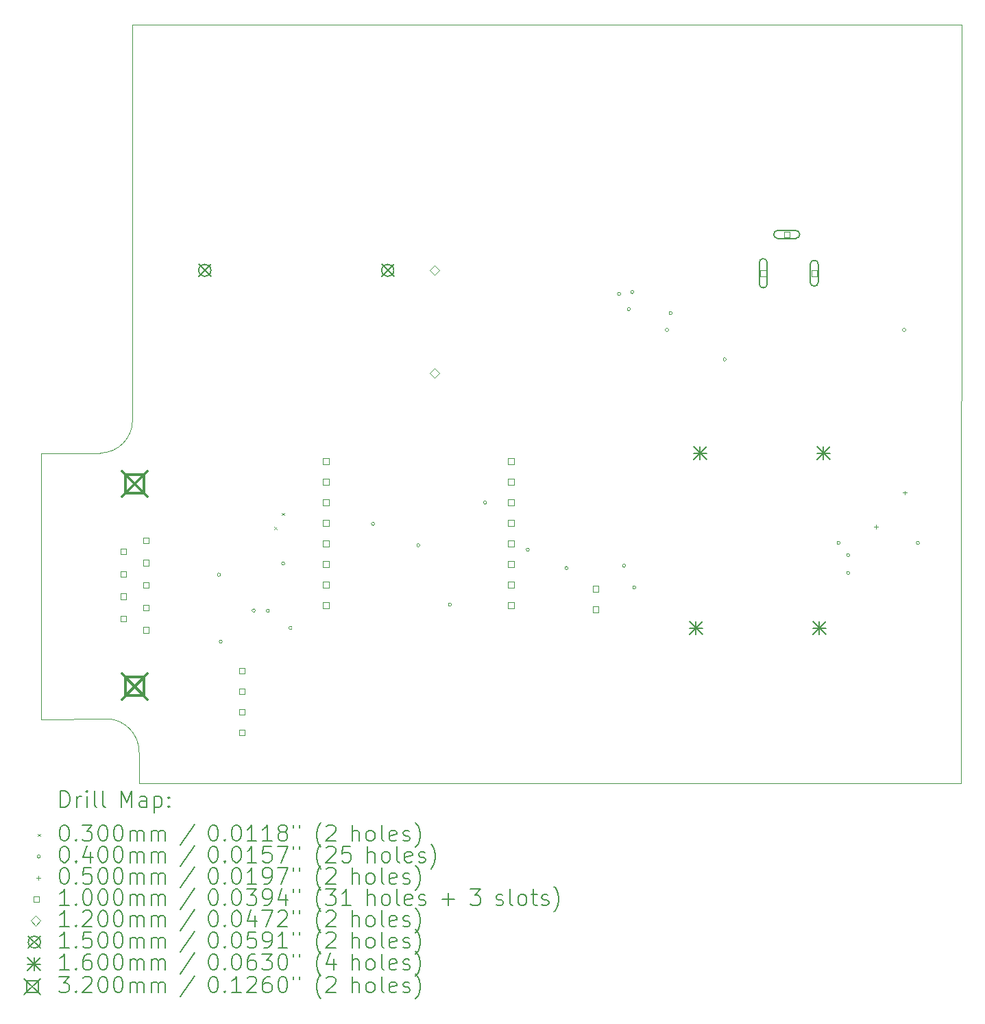
<source format=gbr>
%TF.GenerationSoftware,KiCad,Pcbnew,(7.0.0-0)*%
%TF.CreationDate,2023-11-01T15:12:36+02:00*%
%TF.ProjectId,Untitled,556e7469-746c-4656-942e-6b696361645f,rev?*%
%TF.SameCoordinates,Original*%
%TF.FileFunction,Drillmap*%
%TF.FilePolarity,Positive*%
%FSLAX45Y45*%
G04 Gerber Fmt 4.5, Leading zero omitted, Abs format (unit mm)*
G04 Created by KiCad (PCBNEW (7.0.0-0)) date 2023-11-01 15:12:36*
%MOMM*%
%LPD*%
G01*
G04 APERTURE LIST*
%ADD10C,0.100000*%
%ADD11C,0.200000*%
%ADD12C,0.030000*%
%ADD13C,0.040000*%
%ADD14C,0.050000*%
%ADD15C,0.120000*%
%ADD16C,0.150000*%
%ADD17C,0.160000*%
%ADD18C,0.320000*%
G04 APERTURE END LIST*
D10*
X19798000Y-2300000D02*
X19797000Y-11662000D01*
X9641000Y-11281000D02*
G75*
G03*
X9233000Y-10870000I-409500J1500D01*
G01*
X8427500Y-7594000D02*
X8427500Y-10876000D01*
X9160000Y-7590000D02*
X8427500Y-7594000D01*
X19798000Y-2300000D02*
X9560000Y-2300000D01*
X9641000Y-11662000D02*
X19797000Y-11662000D01*
X9560000Y-2300000D02*
X9560000Y-7180000D01*
X9641000Y-11281000D02*
X9641000Y-11662000D01*
X9160000Y-7590000D02*
G75*
G03*
X9560000Y-7180000I-5000J405000D01*
G01*
X9233000Y-10870000D02*
X8427500Y-10876000D01*
D11*
D12*
X11313400Y-8500200D02*
X11343400Y-8530200D01*
X11343400Y-8500200D02*
X11313400Y-8530200D01*
X11405000Y-8329000D02*
X11435000Y-8359000D01*
X11435000Y-8329000D02*
X11405000Y-8359000D01*
D13*
X10646000Y-9092000D02*
G75*
G03*
X10646000Y-9092000I-20000J0D01*
G01*
X10669000Y-9918000D02*
G75*
G03*
X10669000Y-9918000I-20000J0D01*
G01*
X11076000Y-9534000D02*
G75*
G03*
X11076000Y-9534000I-20000J0D01*
G01*
X11250000Y-9536000D02*
G75*
G03*
X11250000Y-9536000I-20000J0D01*
G01*
X11440000Y-8954000D02*
G75*
G03*
X11440000Y-8954000I-20000J0D01*
G01*
X11530000Y-9747000D02*
G75*
G03*
X11530000Y-9747000I-20000J0D01*
G01*
X12550000Y-8464000D02*
G75*
G03*
X12550000Y-8464000I-20000J0D01*
G01*
X13109000Y-8728000D02*
G75*
G03*
X13109000Y-8728000I-20000J0D01*
G01*
X13500000Y-9460000D02*
G75*
G03*
X13500000Y-9460000I-20000J0D01*
G01*
X13935000Y-8202000D02*
G75*
G03*
X13935000Y-8202000I-20000J0D01*
G01*
X14461500Y-8782200D02*
G75*
G03*
X14461500Y-8782200I-20000J0D01*
G01*
X14940000Y-9010000D02*
G75*
G03*
X14940000Y-9010000I-20000J0D01*
G01*
X15590000Y-5625000D02*
G75*
G03*
X15590000Y-5625000I-20000J0D01*
G01*
X15650000Y-8980000D02*
G75*
G03*
X15650000Y-8980000I-20000J0D01*
G01*
X15710000Y-5813000D02*
G75*
G03*
X15710000Y-5813000I-20000J0D01*
G01*
X15752000Y-5602000D02*
G75*
G03*
X15752000Y-5602000I-20000J0D01*
G01*
X15778000Y-9248000D02*
G75*
G03*
X15778000Y-9248000I-20000J0D01*
G01*
X16180000Y-6070000D02*
G75*
G03*
X16180000Y-6070000I-20000J0D01*
G01*
X16226000Y-5863000D02*
G75*
G03*
X16226000Y-5863000I-20000J0D01*
G01*
X16894000Y-6434000D02*
G75*
G03*
X16894000Y-6434000I-20000J0D01*
G01*
X18300000Y-8700000D02*
G75*
G03*
X18300000Y-8700000I-20000J0D01*
G01*
X18420000Y-8850000D02*
G75*
G03*
X18420000Y-8850000I-20000J0D01*
G01*
X18420000Y-9070000D02*
G75*
G03*
X18420000Y-9070000I-20000J0D01*
G01*
X19110000Y-6070000D02*
G75*
G03*
X19110000Y-6070000I-20000J0D01*
G01*
X19280000Y-8700000D02*
G75*
G03*
X19280000Y-8700000I-20000J0D01*
G01*
D14*
X18740000Y-8475000D02*
X18740000Y-8525000D01*
X18715000Y-8500000D02*
X18765000Y-8500000D01*
X19100000Y-8055000D02*
X19100000Y-8105000D01*
X19075000Y-8080000D02*
X19125000Y-8080000D01*
D10*
X9479309Y-8840176D02*
X9479309Y-8769464D01*
X9408597Y-8769464D01*
X9408597Y-8840176D01*
X9479309Y-8840176D01*
X9479309Y-9117176D02*
X9479309Y-9046464D01*
X9408597Y-9046464D01*
X9408597Y-9117176D01*
X9479309Y-9117176D01*
X9479309Y-9394176D02*
X9479309Y-9323464D01*
X9408597Y-9323464D01*
X9408597Y-9394176D01*
X9479309Y-9394176D01*
X9479309Y-9671176D02*
X9479309Y-9600464D01*
X9408597Y-9600464D01*
X9408597Y-9671176D01*
X9479309Y-9671176D01*
X9763309Y-8701676D02*
X9763309Y-8630964D01*
X9692597Y-8630964D01*
X9692597Y-8701676D01*
X9763309Y-8701676D01*
X9763309Y-8978676D02*
X9763309Y-8907964D01*
X9692597Y-8907964D01*
X9692597Y-8978676D01*
X9763309Y-8978676D01*
X9763309Y-9255676D02*
X9763309Y-9184964D01*
X9692597Y-9184964D01*
X9692597Y-9255676D01*
X9763309Y-9255676D01*
X9763309Y-9532676D02*
X9763309Y-9461964D01*
X9692597Y-9461964D01*
X9692597Y-9532676D01*
X9763309Y-9532676D01*
X9763309Y-9809676D02*
X9763309Y-9738964D01*
X9692597Y-9738964D01*
X9692597Y-9809676D01*
X9763309Y-9809676D01*
X10945356Y-10315356D02*
X10945356Y-10244644D01*
X10874644Y-10244644D01*
X10874644Y-10315356D01*
X10945356Y-10315356D01*
X10945356Y-10569356D02*
X10945356Y-10498644D01*
X10874644Y-10498644D01*
X10874644Y-10569356D01*
X10945356Y-10569356D01*
X10945356Y-10823356D02*
X10945356Y-10752644D01*
X10874644Y-10752644D01*
X10874644Y-10823356D01*
X10945356Y-10823356D01*
X10945356Y-11077356D02*
X10945356Y-11006644D01*
X10874644Y-11006644D01*
X10874644Y-11077356D01*
X10945356Y-11077356D01*
X11985356Y-7725356D02*
X11985356Y-7654644D01*
X11914644Y-7654644D01*
X11914644Y-7725356D01*
X11985356Y-7725356D01*
X11985356Y-7979356D02*
X11985356Y-7908644D01*
X11914644Y-7908644D01*
X11914644Y-7979356D01*
X11985356Y-7979356D01*
X11985356Y-8233356D02*
X11985356Y-8162644D01*
X11914644Y-8162644D01*
X11914644Y-8233356D01*
X11985356Y-8233356D01*
X11985356Y-8487356D02*
X11985356Y-8416644D01*
X11914644Y-8416644D01*
X11914644Y-8487356D01*
X11985356Y-8487356D01*
X11985356Y-8741356D02*
X11985356Y-8670644D01*
X11914644Y-8670644D01*
X11914644Y-8741356D01*
X11985356Y-8741356D01*
X11985356Y-8995356D02*
X11985356Y-8924644D01*
X11914644Y-8924644D01*
X11914644Y-8995356D01*
X11985356Y-8995356D01*
X11985356Y-9249356D02*
X11985356Y-9178644D01*
X11914644Y-9178644D01*
X11914644Y-9249356D01*
X11985356Y-9249356D01*
X11985356Y-9503356D02*
X11985356Y-9432644D01*
X11914644Y-9432644D01*
X11914644Y-9503356D01*
X11985356Y-9503356D01*
X14271356Y-7725356D02*
X14271356Y-7654644D01*
X14200644Y-7654644D01*
X14200644Y-7725356D01*
X14271356Y-7725356D01*
X14271356Y-7979356D02*
X14271356Y-7908644D01*
X14200644Y-7908644D01*
X14200644Y-7979356D01*
X14271356Y-7979356D01*
X14271356Y-8233356D02*
X14271356Y-8162644D01*
X14200644Y-8162644D01*
X14200644Y-8233356D01*
X14271356Y-8233356D01*
X14271356Y-8487356D02*
X14271356Y-8416644D01*
X14200644Y-8416644D01*
X14200644Y-8487356D01*
X14271356Y-8487356D01*
X14271356Y-8741356D02*
X14271356Y-8670644D01*
X14200644Y-8670644D01*
X14200644Y-8741356D01*
X14271356Y-8741356D01*
X14271356Y-8995356D02*
X14271356Y-8924644D01*
X14200644Y-8924644D01*
X14200644Y-8995356D01*
X14271356Y-8995356D01*
X14271356Y-9249356D02*
X14271356Y-9178644D01*
X14200644Y-9178644D01*
X14200644Y-9249356D01*
X14271356Y-9249356D01*
X14271356Y-9503356D02*
X14271356Y-9432644D01*
X14200644Y-9432644D01*
X14200644Y-9503356D01*
X14271356Y-9503356D01*
X15313356Y-9299856D02*
X15313356Y-9229144D01*
X15242644Y-9229144D01*
X15242644Y-9299856D01*
X15313356Y-9299856D01*
X15313356Y-9553856D02*
X15313356Y-9483144D01*
X15242644Y-9483144D01*
X15242644Y-9553856D01*
X15313356Y-9553856D01*
X17385356Y-5405356D02*
X17385356Y-5334644D01*
X17314644Y-5334644D01*
X17314644Y-5405356D01*
X17385356Y-5405356D01*
D11*
X17400000Y-5500000D02*
X17400000Y-5240000D01*
X17400000Y-5240000D02*
G75*
G03*
X17300000Y-5240000I-50000J0D01*
G01*
X17300000Y-5240000D02*
X17300000Y-5500000D01*
X17300000Y-5500000D02*
G75*
G03*
X17400000Y-5500000I50000J0D01*
G01*
D10*
X17675356Y-4925356D02*
X17675356Y-4854644D01*
X17604644Y-4854644D01*
X17604644Y-4925356D01*
X17675356Y-4925356D01*
D11*
X17530000Y-4940000D02*
X17750000Y-4940000D01*
X17750000Y-4940000D02*
G75*
G03*
X17750000Y-4840000I0J50000D01*
G01*
X17750000Y-4840000D02*
X17530000Y-4840000D01*
X17530000Y-4840000D02*
G75*
G03*
X17530000Y-4940000I0J-50000D01*
G01*
D10*
X18015356Y-5405356D02*
X18015356Y-5334644D01*
X17944644Y-5334644D01*
X17944644Y-5405356D01*
X18015356Y-5405356D01*
D11*
X18030000Y-5480000D02*
X18030000Y-5260000D01*
X18030000Y-5260000D02*
G75*
G03*
X17930000Y-5260000I-50000J0D01*
G01*
X17930000Y-5260000D02*
X17930000Y-5480000D01*
X17930000Y-5480000D02*
G75*
G03*
X18030000Y-5480000I50000J0D01*
G01*
D15*
X13290000Y-5395000D02*
X13350000Y-5335000D01*
X13290000Y-5275000D01*
X13230000Y-5335000D01*
X13290000Y-5395000D01*
X13290000Y-6665000D02*
X13350000Y-6605000D01*
X13290000Y-6545000D01*
X13230000Y-6605000D01*
X13290000Y-6665000D01*
D16*
X10377400Y-5259000D02*
X10527400Y-5409000D01*
X10527400Y-5259000D02*
X10377400Y-5409000D01*
X10527400Y-5334000D02*
G75*
G03*
X10527400Y-5334000I-75000J0D01*
G01*
X12637400Y-5259000D02*
X12787400Y-5409000D01*
X12787400Y-5259000D02*
X12637400Y-5409000D01*
X12787400Y-5334000D02*
G75*
G03*
X12787400Y-5334000I-75000J0D01*
G01*
D17*
X16438000Y-9670000D02*
X16598000Y-9830000D01*
X16598000Y-9670000D02*
X16438000Y-9830000D01*
X16518000Y-9670000D02*
X16518000Y-9830000D01*
X16438000Y-9750000D02*
X16598000Y-9750000D01*
X16488000Y-7510000D02*
X16648000Y-7670000D01*
X16648000Y-7510000D02*
X16488000Y-7670000D01*
X16568000Y-7510000D02*
X16568000Y-7670000D01*
X16488000Y-7590000D02*
X16648000Y-7590000D01*
X17962000Y-9670000D02*
X18122000Y-9830000D01*
X18122000Y-9670000D02*
X17962000Y-9830000D01*
X18042000Y-9670000D02*
X18042000Y-9830000D01*
X17962000Y-9750000D02*
X18122000Y-9750000D01*
X18012000Y-7510000D02*
X18172000Y-7670000D01*
X18172000Y-7510000D02*
X18012000Y-7670000D01*
X18092000Y-7510000D02*
X18092000Y-7670000D01*
X18012000Y-7590000D02*
X18172000Y-7590000D01*
D18*
X9425953Y-7810320D02*
X9745953Y-8130320D01*
X9745953Y-7810320D02*
X9425953Y-8130320D01*
X9699091Y-8083458D02*
X9699091Y-7857182D01*
X9472815Y-7857182D01*
X9472815Y-8083458D01*
X9699091Y-8083458D01*
X9425953Y-10310320D02*
X9745953Y-10630320D01*
X9745953Y-10310320D02*
X9425953Y-10630320D01*
X9699091Y-10583458D02*
X9699091Y-10357182D01*
X9472815Y-10357182D01*
X9472815Y-10583458D01*
X9699091Y-10583458D01*
D11*
X8670119Y-11960476D02*
X8670119Y-11760476D01*
X8670119Y-11760476D02*
X8717738Y-11760476D01*
X8717738Y-11760476D02*
X8746310Y-11770000D01*
X8746310Y-11770000D02*
X8765357Y-11789048D01*
X8765357Y-11789048D02*
X8774881Y-11808095D01*
X8774881Y-11808095D02*
X8784405Y-11846190D01*
X8784405Y-11846190D02*
X8784405Y-11874762D01*
X8784405Y-11874762D02*
X8774881Y-11912857D01*
X8774881Y-11912857D02*
X8765357Y-11931905D01*
X8765357Y-11931905D02*
X8746310Y-11950952D01*
X8746310Y-11950952D02*
X8717738Y-11960476D01*
X8717738Y-11960476D02*
X8670119Y-11960476D01*
X8870119Y-11960476D02*
X8870119Y-11827143D01*
X8870119Y-11865238D02*
X8879643Y-11846190D01*
X8879643Y-11846190D02*
X8889167Y-11836667D01*
X8889167Y-11836667D02*
X8908214Y-11827143D01*
X8908214Y-11827143D02*
X8927262Y-11827143D01*
X8993929Y-11960476D02*
X8993929Y-11827143D01*
X8993929Y-11760476D02*
X8984405Y-11770000D01*
X8984405Y-11770000D02*
X8993929Y-11779524D01*
X8993929Y-11779524D02*
X9003452Y-11770000D01*
X9003452Y-11770000D02*
X8993929Y-11760476D01*
X8993929Y-11760476D02*
X8993929Y-11779524D01*
X9117738Y-11960476D02*
X9098690Y-11950952D01*
X9098690Y-11950952D02*
X9089167Y-11931905D01*
X9089167Y-11931905D02*
X9089167Y-11760476D01*
X9222500Y-11960476D02*
X9203452Y-11950952D01*
X9203452Y-11950952D02*
X9193929Y-11931905D01*
X9193929Y-11931905D02*
X9193929Y-11760476D01*
X9418690Y-11960476D02*
X9418690Y-11760476D01*
X9418690Y-11760476D02*
X9485357Y-11903333D01*
X9485357Y-11903333D02*
X9552024Y-11760476D01*
X9552024Y-11760476D02*
X9552024Y-11960476D01*
X9732976Y-11960476D02*
X9732976Y-11855714D01*
X9732976Y-11855714D02*
X9723452Y-11836667D01*
X9723452Y-11836667D02*
X9704405Y-11827143D01*
X9704405Y-11827143D02*
X9666309Y-11827143D01*
X9666309Y-11827143D02*
X9647262Y-11836667D01*
X9732976Y-11950952D02*
X9713929Y-11960476D01*
X9713929Y-11960476D02*
X9666309Y-11960476D01*
X9666309Y-11960476D02*
X9647262Y-11950952D01*
X9647262Y-11950952D02*
X9637738Y-11931905D01*
X9637738Y-11931905D02*
X9637738Y-11912857D01*
X9637738Y-11912857D02*
X9647262Y-11893809D01*
X9647262Y-11893809D02*
X9666309Y-11884286D01*
X9666309Y-11884286D02*
X9713929Y-11884286D01*
X9713929Y-11884286D02*
X9732976Y-11874762D01*
X9828214Y-11827143D02*
X9828214Y-12027143D01*
X9828214Y-11836667D02*
X9847262Y-11827143D01*
X9847262Y-11827143D02*
X9885357Y-11827143D01*
X9885357Y-11827143D02*
X9904405Y-11836667D01*
X9904405Y-11836667D02*
X9913929Y-11846190D01*
X9913929Y-11846190D02*
X9923452Y-11865238D01*
X9923452Y-11865238D02*
X9923452Y-11922381D01*
X9923452Y-11922381D02*
X9913929Y-11941428D01*
X9913929Y-11941428D02*
X9904405Y-11950952D01*
X9904405Y-11950952D02*
X9885357Y-11960476D01*
X9885357Y-11960476D02*
X9847262Y-11960476D01*
X9847262Y-11960476D02*
X9828214Y-11950952D01*
X10009167Y-11941428D02*
X10018690Y-11950952D01*
X10018690Y-11950952D02*
X10009167Y-11960476D01*
X10009167Y-11960476D02*
X9999643Y-11950952D01*
X9999643Y-11950952D02*
X10009167Y-11941428D01*
X10009167Y-11941428D02*
X10009167Y-11960476D01*
X10009167Y-11836667D02*
X10018690Y-11846190D01*
X10018690Y-11846190D02*
X10009167Y-11855714D01*
X10009167Y-11855714D02*
X9999643Y-11846190D01*
X9999643Y-11846190D02*
X10009167Y-11836667D01*
X10009167Y-11836667D02*
X10009167Y-11855714D01*
D12*
X8392500Y-12292000D02*
X8422500Y-12322000D01*
X8422500Y-12292000D02*
X8392500Y-12322000D01*
D11*
X8708214Y-12180476D02*
X8727262Y-12180476D01*
X8727262Y-12180476D02*
X8746310Y-12190000D01*
X8746310Y-12190000D02*
X8755833Y-12199524D01*
X8755833Y-12199524D02*
X8765357Y-12218571D01*
X8765357Y-12218571D02*
X8774881Y-12256667D01*
X8774881Y-12256667D02*
X8774881Y-12304286D01*
X8774881Y-12304286D02*
X8765357Y-12342381D01*
X8765357Y-12342381D02*
X8755833Y-12361428D01*
X8755833Y-12361428D02*
X8746310Y-12370952D01*
X8746310Y-12370952D02*
X8727262Y-12380476D01*
X8727262Y-12380476D02*
X8708214Y-12380476D01*
X8708214Y-12380476D02*
X8689167Y-12370952D01*
X8689167Y-12370952D02*
X8679643Y-12361428D01*
X8679643Y-12361428D02*
X8670119Y-12342381D01*
X8670119Y-12342381D02*
X8660595Y-12304286D01*
X8660595Y-12304286D02*
X8660595Y-12256667D01*
X8660595Y-12256667D02*
X8670119Y-12218571D01*
X8670119Y-12218571D02*
X8679643Y-12199524D01*
X8679643Y-12199524D02*
X8689167Y-12190000D01*
X8689167Y-12190000D02*
X8708214Y-12180476D01*
X8860595Y-12361428D02*
X8870119Y-12370952D01*
X8870119Y-12370952D02*
X8860595Y-12380476D01*
X8860595Y-12380476D02*
X8851071Y-12370952D01*
X8851071Y-12370952D02*
X8860595Y-12361428D01*
X8860595Y-12361428D02*
X8860595Y-12380476D01*
X8936786Y-12180476D02*
X9060595Y-12180476D01*
X9060595Y-12180476D02*
X8993929Y-12256667D01*
X8993929Y-12256667D02*
X9022500Y-12256667D01*
X9022500Y-12256667D02*
X9041548Y-12266190D01*
X9041548Y-12266190D02*
X9051071Y-12275714D01*
X9051071Y-12275714D02*
X9060595Y-12294762D01*
X9060595Y-12294762D02*
X9060595Y-12342381D01*
X9060595Y-12342381D02*
X9051071Y-12361428D01*
X9051071Y-12361428D02*
X9041548Y-12370952D01*
X9041548Y-12370952D02*
X9022500Y-12380476D01*
X9022500Y-12380476D02*
X8965357Y-12380476D01*
X8965357Y-12380476D02*
X8946310Y-12370952D01*
X8946310Y-12370952D02*
X8936786Y-12361428D01*
X9184405Y-12180476D02*
X9203452Y-12180476D01*
X9203452Y-12180476D02*
X9222500Y-12190000D01*
X9222500Y-12190000D02*
X9232024Y-12199524D01*
X9232024Y-12199524D02*
X9241548Y-12218571D01*
X9241548Y-12218571D02*
X9251071Y-12256667D01*
X9251071Y-12256667D02*
X9251071Y-12304286D01*
X9251071Y-12304286D02*
X9241548Y-12342381D01*
X9241548Y-12342381D02*
X9232024Y-12361428D01*
X9232024Y-12361428D02*
X9222500Y-12370952D01*
X9222500Y-12370952D02*
X9203452Y-12380476D01*
X9203452Y-12380476D02*
X9184405Y-12380476D01*
X9184405Y-12380476D02*
X9165357Y-12370952D01*
X9165357Y-12370952D02*
X9155833Y-12361428D01*
X9155833Y-12361428D02*
X9146310Y-12342381D01*
X9146310Y-12342381D02*
X9136786Y-12304286D01*
X9136786Y-12304286D02*
X9136786Y-12256667D01*
X9136786Y-12256667D02*
X9146310Y-12218571D01*
X9146310Y-12218571D02*
X9155833Y-12199524D01*
X9155833Y-12199524D02*
X9165357Y-12190000D01*
X9165357Y-12190000D02*
X9184405Y-12180476D01*
X9374881Y-12180476D02*
X9393929Y-12180476D01*
X9393929Y-12180476D02*
X9412976Y-12190000D01*
X9412976Y-12190000D02*
X9422500Y-12199524D01*
X9422500Y-12199524D02*
X9432024Y-12218571D01*
X9432024Y-12218571D02*
X9441548Y-12256667D01*
X9441548Y-12256667D02*
X9441548Y-12304286D01*
X9441548Y-12304286D02*
X9432024Y-12342381D01*
X9432024Y-12342381D02*
X9422500Y-12361428D01*
X9422500Y-12361428D02*
X9412976Y-12370952D01*
X9412976Y-12370952D02*
X9393929Y-12380476D01*
X9393929Y-12380476D02*
X9374881Y-12380476D01*
X9374881Y-12380476D02*
X9355833Y-12370952D01*
X9355833Y-12370952D02*
X9346310Y-12361428D01*
X9346310Y-12361428D02*
X9336786Y-12342381D01*
X9336786Y-12342381D02*
X9327262Y-12304286D01*
X9327262Y-12304286D02*
X9327262Y-12256667D01*
X9327262Y-12256667D02*
X9336786Y-12218571D01*
X9336786Y-12218571D02*
X9346310Y-12199524D01*
X9346310Y-12199524D02*
X9355833Y-12190000D01*
X9355833Y-12190000D02*
X9374881Y-12180476D01*
X9527262Y-12380476D02*
X9527262Y-12247143D01*
X9527262Y-12266190D02*
X9536786Y-12256667D01*
X9536786Y-12256667D02*
X9555833Y-12247143D01*
X9555833Y-12247143D02*
X9584405Y-12247143D01*
X9584405Y-12247143D02*
X9603452Y-12256667D01*
X9603452Y-12256667D02*
X9612976Y-12275714D01*
X9612976Y-12275714D02*
X9612976Y-12380476D01*
X9612976Y-12275714D02*
X9622500Y-12256667D01*
X9622500Y-12256667D02*
X9641548Y-12247143D01*
X9641548Y-12247143D02*
X9670119Y-12247143D01*
X9670119Y-12247143D02*
X9689167Y-12256667D01*
X9689167Y-12256667D02*
X9698691Y-12275714D01*
X9698691Y-12275714D02*
X9698691Y-12380476D01*
X9793929Y-12380476D02*
X9793929Y-12247143D01*
X9793929Y-12266190D02*
X9803452Y-12256667D01*
X9803452Y-12256667D02*
X9822500Y-12247143D01*
X9822500Y-12247143D02*
X9851072Y-12247143D01*
X9851072Y-12247143D02*
X9870119Y-12256667D01*
X9870119Y-12256667D02*
X9879643Y-12275714D01*
X9879643Y-12275714D02*
X9879643Y-12380476D01*
X9879643Y-12275714D02*
X9889167Y-12256667D01*
X9889167Y-12256667D02*
X9908214Y-12247143D01*
X9908214Y-12247143D02*
X9936786Y-12247143D01*
X9936786Y-12247143D02*
X9955833Y-12256667D01*
X9955833Y-12256667D02*
X9965357Y-12275714D01*
X9965357Y-12275714D02*
X9965357Y-12380476D01*
X10323452Y-12170952D02*
X10152024Y-12428095D01*
X10548214Y-12180476D02*
X10567262Y-12180476D01*
X10567262Y-12180476D02*
X10586310Y-12190000D01*
X10586310Y-12190000D02*
X10595833Y-12199524D01*
X10595833Y-12199524D02*
X10605357Y-12218571D01*
X10605357Y-12218571D02*
X10614881Y-12256667D01*
X10614881Y-12256667D02*
X10614881Y-12304286D01*
X10614881Y-12304286D02*
X10605357Y-12342381D01*
X10605357Y-12342381D02*
X10595833Y-12361428D01*
X10595833Y-12361428D02*
X10586310Y-12370952D01*
X10586310Y-12370952D02*
X10567262Y-12380476D01*
X10567262Y-12380476D02*
X10548214Y-12380476D01*
X10548214Y-12380476D02*
X10529167Y-12370952D01*
X10529167Y-12370952D02*
X10519643Y-12361428D01*
X10519643Y-12361428D02*
X10510119Y-12342381D01*
X10510119Y-12342381D02*
X10500595Y-12304286D01*
X10500595Y-12304286D02*
X10500595Y-12256667D01*
X10500595Y-12256667D02*
X10510119Y-12218571D01*
X10510119Y-12218571D02*
X10519643Y-12199524D01*
X10519643Y-12199524D02*
X10529167Y-12190000D01*
X10529167Y-12190000D02*
X10548214Y-12180476D01*
X10700595Y-12361428D02*
X10710119Y-12370952D01*
X10710119Y-12370952D02*
X10700595Y-12380476D01*
X10700595Y-12380476D02*
X10691072Y-12370952D01*
X10691072Y-12370952D02*
X10700595Y-12361428D01*
X10700595Y-12361428D02*
X10700595Y-12380476D01*
X10833929Y-12180476D02*
X10852976Y-12180476D01*
X10852976Y-12180476D02*
X10872024Y-12190000D01*
X10872024Y-12190000D02*
X10881548Y-12199524D01*
X10881548Y-12199524D02*
X10891072Y-12218571D01*
X10891072Y-12218571D02*
X10900595Y-12256667D01*
X10900595Y-12256667D02*
X10900595Y-12304286D01*
X10900595Y-12304286D02*
X10891072Y-12342381D01*
X10891072Y-12342381D02*
X10881548Y-12361428D01*
X10881548Y-12361428D02*
X10872024Y-12370952D01*
X10872024Y-12370952D02*
X10852976Y-12380476D01*
X10852976Y-12380476D02*
X10833929Y-12380476D01*
X10833929Y-12380476D02*
X10814881Y-12370952D01*
X10814881Y-12370952D02*
X10805357Y-12361428D01*
X10805357Y-12361428D02*
X10795833Y-12342381D01*
X10795833Y-12342381D02*
X10786310Y-12304286D01*
X10786310Y-12304286D02*
X10786310Y-12256667D01*
X10786310Y-12256667D02*
X10795833Y-12218571D01*
X10795833Y-12218571D02*
X10805357Y-12199524D01*
X10805357Y-12199524D02*
X10814881Y-12190000D01*
X10814881Y-12190000D02*
X10833929Y-12180476D01*
X11091072Y-12380476D02*
X10976786Y-12380476D01*
X11033929Y-12380476D02*
X11033929Y-12180476D01*
X11033929Y-12180476D02*
X11014881Y-12209048D01*
X11014881Y-12209048D02*
X10995833Y-12228095D01*
X10995833Y-12228095D02*
X10976786Y-12237619D01*
X11281548Y-12380476D02*
X11167262Y-12380476D01*
X11224405Y-12380476D02*
X11224405Y-12180476D01*
X11224405Y-12180476D02*
X11205357Y-12209048D01*
X11205357Y-12209048D02*
X11186310Y-12228095D01*
X11186310Y-12228095D02*
X11167262Y-12237619D01*
X11395833Y-12266190D02*
X11376786Y-12256667D01*
X11376786Y-12256667D02*
X11367262Y-12247143D01*
X11367262Y-12247143D02*
X11357738Y-12228095D01*
X11357738Y-12228095D02*
X11357738Y-12218571D01*
X11357738Y-12218571D02*
X11367262Y-12199524D01*
X11367262Y-12199524D02*
X11376786Y-12190000D01*
X11376786Y-12190000D02*
X11395833Y-12180476D01*
X11395833Y-12180476D02*
X11433929Y-12180476D01*
X11433929Y-12180476D02*
X11452976Y-12190000D01*
X11452976Y-12190000D02*
X11462500Y-12199524D01*
X11462500Y-12199524D02*
X11472024Y-12218571D01*
X11472024Y-12218571D02*
X11472024Y-12228095D01*
X11472024Y-12228095D02*
X11462500Y-12247143D01*
X11462500Y-12247143D02*
X11452976Y-12256667D01*
X11452976Y-12256667D02*
X11433929Y-12266190D01*
X11433929Y-12266190D02*
X11395833Y-12266190D01*
X11395833Y-12266190D02*
X11376786Y-12275714D01*
X11376786Y-12275714D02*
X11367262Y-12285238D01*
X11367262Y-12285238D02*
X11357738Y-12304286D01*
X11357738Y-12304286D02*
X11357738Y-12342381D01*
X11357738Y-12342381D02*
X11367262Y-12361428D01*
X11367262Y-12361428D02*
X11376786Y-12370952D01*
X11376786Y-12370952D02*
X11395833Y-12380476D01*
X11395833Y-12380476D02*
X11433929Y-12380476D01*
X11433929Y-12380476D02*
X11452976Y-12370952D01*
X11452976Y-12370952D02*
X11462500Y-12361428D01*
X11462500Y-12361428D02*
X11472024Y-12342381D01*
X11472024Y-12342381D02*
X11472024Y-12304286D01*
X11472024Y-12304286D02*
X11462500Y-12285238D01*
X11462500Y-12285238D02*
X11452976Y-12275714D01*
X11452976Y-12275714D02*
X11433929Y-12266190D01*
X11548214Y-12180476D02*
X11548214Y-12218571D01*
X11624405Y-12180476D02*
X11624405Y-12218571D01*
X11887262Y-12456667D02*
X11877738Y-12447143D01*
X11877738Y-12447143D02*
X11858691Y-12418571D01*
X11858691Y-12418571D02*
X11849167Y-12399524D01*
X11849167Y-12399524D02*
X11839643Y-12370952D01*
X11839643Y-12370952D02*
X11830119Y-12323333D01*
X11830119Y-12323333D02*
X11830119Y-12285238D01*
X11830119Y-12285238D02*
X11839643Y-12237619D01*
X11839643Y-12237619D02*
X11849167Y-12209048D01*
X11849167Y-12209048D02*
X11858691Y-12190000D01*
X11858691Y-12190000D02*
X11877738Y-12161428D01*
X11877738Y-12161428D02*
X11887262Y-12151905D01*
X11953929Y-12199524D02*
X11963452Y-12190000D01*
X11963452Y-12190000D02*
X11982500Y-12180476D01*
X11982500Y-12180476D02*
X12030119Y-12180476D01*
X12030119Y-12180476D02*
X12049167Y-12190000D01*
X12049167Y-12190000D02*
X12058691Y-12199524D01*
X12058691Y-12199524D02*
X12068214Y-12218571D01*
X12068214Y-12218571D02*
X12068214Y-12237619D01*
X12068214Y-12237619D02*
X12058691Y-12266190D01*
X12058691Y-12266190D02*
X11944405Y-12380476D01*
X11944405Y-12380476D02*
X12068214Y-12380476D01*
X12273929Y-12380476D02*
X12273929Y-12180476D01*
X12359643Y-12380476D02*
X12359643Y-12275714D01*
X12359643Y-12275714D02*
X12350119Y-12256667D01*
X12350119Y-12256667D02*
X12331072Y-12247143D01*
X12331072Y-12247143D02*
X12302500Y-12247143D01*
X12302500Y-12247143D02*
X12283452Y-12256667D01*
X12283452Y-12256667D02*
X12273929Y-12266190D01*
X12483452Y-12380476D02*
X12464405Y-12370952D01*
X12464405Y-12370952D02*
X12454881Y-12361428D01*
X12454881Y-12361428D02*
X12445357Y-12342381D01*
X12445357Y-12342381D02*
X12445357Y-12285238D01*
X12445357Y-12285238D02*
X12454881Y-12266190D01*
X12454881Y-12266190D02*
X12464405Y-12256667D01*
X12464405Y-12256667D02*
X12483452Y-12247143D01*
X12483452Y-12247143D02*
X12512024Y-12247143D01*
X12512024Y-12247143D02*
X12531072Y-12256667D01*
X12531072Y-12256667D02*
X12540595Y-12266190D01*
X12540595Y-12266190D02*
X12550119Y-12285238D01*
X12550119Y-12285238D02*
X12550119Y-12342381D01*
X12550119Y-12342381D02*
X12540595Y-12361428D01*
X12540595Y-12361428D02*
X12531072Y-12370952D01*
X12531072Y-12370952D02*
X12512024Y-12380476D01*
X12512024Y-12380476D02*
X12483452Y-12380476D01*
X12664405Y-12380476D02*
X12645357Y-12370952D01*
X12645357Y-12370952D02*
X12635833Y-12351905D01*
X12635833Y-12351905D02*
X12635833Y-12180476D01*
X12816786Y-12370952D02*
X12797738Y-12380476D01*
X12797738Y-12380476D02*
X12759643Y-12380476D01*
X12759643Y-12380476D02*
X12740595Y-12370952D01*
X12740595Y-12370952D02*
X12731072Y-12351905D01*
X12731072Y-12351905D02*
X12731072Y-12275714D01*
X12731072Y-12275714D02*
X12740595Y-12256667D01*
X12740595Y-12256667D02*
X12759643Y-12247143D01*
X12759643Y-12247143D02*
X12797738Y-12247143D01*
X12797738Y-12247143D02*
X12816786Y-12256667D01*
X12816786Y-12256667D02*
X12826310Y-12275714D01*
X12826310Y-12275714D02*
X12826310Y-12294762D01*
X12826310Y-12294762D02*
X12731072Y-12313809D01*
X12902500Y-12370952D02*
X12921548Y-12380476D01*
X12921548Y-12380476D02*
X12959643Y-12380476D01*
X12959643Y-12380476D02*
X12978691Y-12370952D01*
X12978691Y-12370952D02*
X12988214Y-12351905D01*
X12988214Y-12351905D02*
X12988214Y-12342381D01*
X12988214Y-12342381D02*
X12978691Y-12323333D01*
X12978691Y-12323333D02*
X12959643Y-12313809D01*
X12959643Y-12313809D02*
X12931072Y-12313809D01*
X12931072Y-12313809D02*
X12912024Y-12304286D01*
X12912024Y-12304286D02*
X12902500Y-12285238D01*
X12902500Y-12285238D02*
X12902500Y-12275714D01*
X12902500Y-12275714D02*
X12912024Y-12256667D01*
X12912024Y-12256667D02*
X12931072Y-12247143D01*
X12931072Y-12247143D02*
X12959643Y-12247143D01*
X12959643Y-12247143D02*
X12978691Y-12256667D01*
X13054881Y-12456667D02*
X13064405Y-12447143D01*
X13064405Y-12447143D02*
X13083453Y-12418571D01*
X13083453Y-12418571D02*
X13092976Y-12399524D01*
X13092976Y-12399524D02*
X13102500Y-12370952D01*
X13102500Y-12370952D02*
X13112024Y-12323333D01*
X13112024Y-12323333D02*
X13112024Y-12285238D01*
X13112024Y-12285238D02*
X13102500Y-12237619D01*
X13102500Y-12237619D02*
X13092976Y-12209048D01*
X13092976Y-12209048D02*
X13083453Y-12190000D01*
X13083453Y-12190000D02*
X13064405Y-12161428D01*
X13064405Y-12161428D02*
X13054881Y-12151905D01*
D13*
X8422500Y-12571000D02*
G75*
G03*
X8422500Y-12571000I-20000J0D01*
G01*
D11*
X8708214Y-12444476D02*
X8727262Y-12444476D01*
X8727262Y-12444476D02*
X8746310Y-12454000D01*
X8746310Y-12454000D02*
X8755833Y-12463524D01*
X8755833Y-12463524D02*
X8765357Y-12482571D01*
X8765357Y-12482571D02*
X8774881Y-12520667D01*
X8774881Y-12520667D02*
X8774881Y-12568286D01*
X8774881Y-12568286D02*
X8765357Y-12606381D01*
X8765357Y-12606381D02*
X8755833Y-12625428D01*
X8755833Y-12625428D02*
X8746310Y-12634952D01*
X8746310Y-12634952D02*
X8727262Y-12644476D01*
X8727262Y-12644476D02*
X8708214Y-12644476D01*
X8708214Y-12644476D02*
X8689167Y-12634952D01*
X8689167Y-12634952D02*
X8679643Y-12625428D01*
X8679643Y-12625428D02*
X8670119Y-12606381D01*
X8670119Y-12606381D02*
X8660595Y-12568286D01*
X8660595Y-12568286D02*
X8660595Y-12520667D01*
X8660595Y-12520667D02*
X8670119Y-12482571D01*
X8670119Y-12482571D02*
X8679643Y-12463524D01*
X8679643Y-12463524D02*
X8689167Y-12454000D01*
X8689167Y-12454000D02*
X8708214Y-12444476D01*
X8860595Y-12625428D02*
X8870119Y-12634952D01*
X8870119Y-12634952D02*
X8860595Y-12644476D01*
X8860595Y-12644476D02*
X8851071Y-12634952D01*
X8851071Y-12634952D02*
X8860595Y-12625428D01*
X8860595Y-12625428D02*
X8860595Y-12644476D01*
X9041548Y-12511143D02*
X9041548Y-12644476D01*
X8993929Y-12434952D02*
X8946310Y-12577809D01*
X8946310Y-12577809D02*
X9070119Y-12577809D01*
X9184405Y-12444476D02*
X9203452Y-12444476D01*
X9203452Y-12444476D02*
X9222500Y-12454000D01*
X9222500Y-12454000D02*
X9232024Y-12463524D01*
X9232024Y-12463524D02*
X9241548Y-12482571D01*
X9241548Y-12482571D02*
X9251071Y-12520667D01*
X9251071Y-12520667D02*
X9251071Y-12568286D01*
X9251071Y-12568286D02*
X9241548Y-12606381D01*
X9241548Y-12606381D02*
X9232024Y-12625428D01*
X9232024Y-12625428D02*
X9222500Y-12634952D01*
X9222500Y-12634952D02*
X9203452Y-12644476D01*
X9203452Y-12644476D02*
X9184405Y-12644476D01*
X9184405Y-12644476D02*
X9165357Y-12634952D01*
X9165357Y-12634952D02*
X9155833Y-12625428D01*
X9155833Y-12625428D02*
X9146310Y-12606381D01*
X9146310Y-12606381D02*
X9136786Y-12568286D01*
X9136786Y-12568286D02*
X9136786Y-12520667D01*
X9136786Y-12520667D02*
X9146310Y-12482571D01*
X9146310Y-12482571D02*
X9155833Y-12463524D01*
X9155833Y-12463524D02*
X9165357Y-12454000D01*
X9165357Y-12454000D02*
X9184405Y-12444476D01*
X9374881Y-12444476D02*
X9393929Y-12444476D01*
X9393929Y-12444476D02*
X9412976Y-12454000D01*
X9412976Y-12454000D02*
X9422500Y-12463524D01*
X9422500Y-12463524D02*
X9432024Y-12482571D01*
X9432024Y-12482571D02*
X9441548Y-12520667D01*
X9441548Y-12520667D02*
X9441548Y-12568286D01*
X9441548Y-12568286D02*
X9432024Y-12606381D01*
X9432024Y-12606381D02*
X9422500Y-12625428D01*
X9422500Y-12625428D02*
X9412976Y-12634952D01*
X9412976Y-12634952D02*
X9393929Y-12644476D01*
X9393929Y-12644476D02*
X9374881Y-12644476D01*
X9374881Y-12644476D02*
X9355833Y-12634952D01*
X9355833Y-12634952D02*
X9346310Y-12625428D01*
X9346310Y-12625428D02*
X9336786Y-12606381D01*
X9336786Y-12606381D02*
X9327262Y-12568286D01*
X9327262Y-12568286D02*
X9327262Y-12520667D01*
X9327262Y-12520667D02*
X9336786Y-12482571D01*
X9336786Y-12482571D02*
X9346310Y-12463524D01*
X9346310Y-12463524D02*
X9355833Y-12454000D01*
X9355833Y-12454000D02*
X9374881Y-12444476D01*
X9527262Y-12644476D02*
X9527262Y-12511143D01*
X9527262Y-12530190D02*
X9536786Y-12520667D01*
X9536786Y-12520667D02*
X9555833Y-12511143D01*
X9555833Y-12511143D02*
X9584405Y-12511143D01*
X9584405Y-12511143D02*
X9603452Y-12520667D01*
X9603452Y-12520667D02*
X9612976Y-12539714D01*
X9612976Y-12539714D02*
X9612976Y-12644476D01*
X9612976Y-12539714D02*
X9622500Y-12520667D01*
X9622500Y-12520667D02*
X9641548Y-12511143D01*
X9641548Y-12511143D02*
X9670119Y-12511143D01*
X9670119Y-12511143D02*
X9689167Y-12520667D01*
X9689167Y-12520667D02*
X9698691Y-12539714D01*
X9698691Y-12539714D02*
X9698691Y-12644476D01*
X9793929Y-12644476D02*
X9793929Y-12511143D01*
X9793929Y-12530190D02*
X9803452Y-12520667D01*
X9803452Y-12520667D02*
X9822500Y-12511143D01*
X9822500Y-12511143D02*
X9851072Y-12511143D01*
X9851072Y-12511143D02*
X9870119Y-12520667D01*
X9870119Y-12520667D02*
X9879643Y-12539714D01*
X9879643Y-12539714D02*
X9879643Y-12644476D01*
X9879643Y-12539714D02*
X9889167Y-12520667D01*
X9889167Y-12520667D02*
X9908214Y-12511143D01*
X9908214Y-12511143D02*
X9936786Y-12511143D01*
X9936786Y-12511143D02*
X9955833Y-12520667D01*
X9955833Y-12520667D02*
X9965357Y-12539714D01*
X9965357Y-12539714D02*
X9965357Y-12644476D01*
X10323452Y-12434952D02*
X10152024Y-12692095D01*
X10548214Y-12444476D02*
X10567262Y-12444476D01*
X10567262Y-12444476D02*
X10586310Y-12454000D01*
X10586310Y-12454000D02*
X10595833Y-12463524D01*
X10595833Y-12463524D02*
X10605357Y-12482571D01*
X10605357Y-12482571D02*
X10614881Y-12520667D01*
X10614881Y-12520667D02*
X10614881Y-12568286D01*
X10614881Y-12568286D02*
X10605357Y-12606381D01*
X10605357Y-12606381D02*
X10595833Y-12625428D01*
X10595833Y-12625428D02*
X10586310Y-12634952D01*
X10586310Y-12634952D02*
X10567262Y-12644476D01*
X10567262Y-12644476D02*
X10548214Y-12644476D01*
X10548214Y-12644476D02*
X10529167Y-12634952D01*
X10529167Y-12634952D02*
X10519643Y-12625428D01*
X10519643Y-12625428D02*
X10510119Y-12606381D01*
X10510119Y-12606381D02*
X10500595Y-12568286D01*
X10500595Y-12568286D02*
X10500595Y-12520667D01*
X10500595Y-12520667D02*
X10510119Y-12482571D01*
X10510119Y-12482571D02*
X10519643Y-12463524D01*
X10519643Y-12463524D02*
X10529167Y-12454000D01*
X10529167Y-12454000D02*
X10548214Y-12444476D01*
X10700595Y-12625428D02*
X10710119Y-12634952D01*
X10710119Y-12634952D02*
X10700595Y-12644476D01*
X10700595Y-12644476D02*
X10691072Y-12634952D01*
X10691072Y-12634952D02*
X10700595Y-12625428D01*
X10700595Y-12625428D02*
X10700595Y-12644476D01*
X10833929Y-12444476D02*
X10852976Y-12444476D01*
X10852976Y-12444476D02*
X10872024Y-12454000D01*
X10872024Y-12454000D02*
X10881548Y-12463524D01*
X10881548Y-12463524D02*
X10891072Y-12482571D01*
X10891072Y-12482571D02*
X10900595Y-12520667D01*
X10900595Y-12520667D02*
X10900595Y-12568286D01*
X10900595Y-12568286D02*
X10891072Y-12606381D01*
X10891072Y-12606381D02*
X10881548Y-12625428D01*
X10881548Y-12625428D02*
X10872024Y-12634952D01*
X10872024Y-12634952D02*
X10852976Y-12644476D01*
X10852976Y-12644476D02*
X10833929Y-12644476D01*
X10833929Y-12644476D02*
X10814881Y-12634952D01*
X10814881Y-12634952D02*
X10805357Y-12625428D01*
X10805357Y-12625428D02*
X10795833Y-12606381D01*
X10795833Y-12606381D02*
X10786310Y-12568286D01*
X10786310Y-12568286D02*
X10786310Y-12520667D01*
X10786310Y-12520667D02*
X10795833Y-12482571D01*
X10795833Y-12482571D02*
X10805357Y-12463524D01*
X10805357Y-12463524D02*
X10814881Y-12454000D01*
X10814881Y-12454000D02*
X10833929Y-12444476D01*
X11091072Y-12644476D02*
X10976786Y-12644476D01*
X11033929Y-12644476D02*
X11033929Y-12444476D01*
X11033929Y-12444476D02*
X11014881Y-12473048D01*
X11014881Y-12473048D02*
X10995833Y-12492095D01*
X10995833Y-12492095D02*
X10976786Y-12501619D01*
X11272024Y-12444476D02*
X11176786Y-12444476D01*
X11176786Y-12444476D02*
X11167262Y-12539714D01*
X11167262Y-12539714D02*
X11176786Y-12530190D01*
X11176786Y-12530190D02*
X11195833Y-12520667D01*
X11195833Y-12520667D02*
X11243452Y-12520667D01*
X11243452Y-12520667D02*
X11262500Y-12530190D01*
X11262500Y-12530190D02*
X11272024Y-12539714D01*
X11272024Y-12539714D02*
X11281548Y-12558762D01*
X11281548Y-12558762D02*
X11281548Y-12606381D01*
X11281548Y-12606381D02*
X11272024Y-12625428D01*
X11272024Y-12625428D02*
X11262500Y-12634952D01*
X11262500Y-12634952D02*
X11243452Y-12644476D01*
X11243452Y-12644476D02*
X11195833Y-12644476D01*
X11195833Y-12644476D02*
X11176786Y-12634952D01*
X11176786Y-12634952D02*
X11167262Y-12625428D01*
X11348214Y-12444476D02*
X11481548Y-12444476D01*
X11481548Y-12444476D02*
X11395833Y-12644476D01*
X11548214Y-12444476D02*
X11548214Y-12482571D01*
X11624405Y-12444476D02*
X11624405Y-12482571D01*
X11887262Y-12720667D02*
X11877738Y-12711143D01*
X11877738Y-12711143D02*
X11858691Y-12682571D01*
X11858691Y-12682571D02*
X11849167Y-12663524D01*
X11849167Y-12663524D02*
X11839643Y-12634952D01*
X11839643Y-12634952D02*
X11830119Y-12587333D01*
X11830119Y-12587333D02*
X11830119Y-12549238D01*
X11830119Y-12549238D02*
X11839643Y-12501619D01*
X11839643Y-12501619D02*
X11849167Y-12473048D01*
X11849167Y-12473048D02*
X11858691Y-12454000D01*
X11858691Y-12454000D02*
X11877738Y-12425428D01*
X11877738Y-12425428D02*
X11887262Y-12415905D01*
X11953929Y-12463524D02*
X11963452Y-12454000D01*
X11963452Y-12454000D02*
X11982500Y-12444476D01*
X11982500Y-12444476D02*
X12030119Y-12444476D01*
X12030119Y-12444476D02*
X12049167Y-12454000D01*
X12049167Y-12454000D02*
X12058691Y-12463524D01*
X12058691Y-12463524D02*
X12068214Y-12482571D01*
X12068214Y-12482571D02*
X12068214Y-12501619D01*
X12068214Y-12501619D02*
X12058691Y-12530190D01*
X12058691Y-12530190D02*
X11944405Y-12644476D01*
X11944405Y-12644476D02*
X12068214Y-12644476D01*
X12249167Y-12444476D02*
X12153929Y-12444476D01*
X12153929Y-12444476D02*
X12144405Y-12539714D01*
X12144405Y-12539714D02*
X12153929Y-12530190D01*
X12153929Y-12530190D02*
X12172976Y-12520667D01*
X12172976Y-12520667D02*
X12220595Y-12520667D01*
X12220595Y-12520667D02*
X12239643Y-12530190D01*
X12239643Y-12530190D02*
X12249167Y-12539714D01*
X12249167Y-12539714D02*
X12258691Y-12558762D01*
X12258691Y-12558762D02*
X12258691Y-12606381D01*
X12258691Y-12606381D02*
X12249167Y-12625428D01*
X12249167Y-12625428D02*
X12239643Y-12634952D01*
X12239643Y-12634952D02*
X12220595Y-12644476D01*
X12220595Y-12644476D02*
X12172976Y-12644476D01*
X12172976Y-12644476D02*
X12153929Y-12634952D01*
X12153929Y-12634952D02*
X12144405Y-12625428D01*
X12464405Y-12644476D02*
X12464405Y-12444476D01*
X12550119Y-12644476D02*
X12550119Y-12539714D01*
X12550119Y-12539714D02*
X12540595Y-12520667D01*
X12540595Y-12520667D02*
X12521548Y-12511143D01*
X12521548Y-12511143D02*
X12492976Y-12511143D01*
X12492976Y-12511143D02*
X12473929Y-12520667D01*
X12473929Y-12520667D02*
X12464405Y-12530190D01*
X12673929Y-12644476D02*
X12654881Y-12634952D01*
X12654881Y-12634952D02*
X12645357Y-12625428D01*
X12645357Y-12625428D02*
X12635833Y-12606381D01*
X12635833Y-12606381D02*
X12635833Y-12549238D01*
X12635833Y-12549238D02*
X12645357Y-12530190D01*
X12645357Y-12530190D02*
X12654881Y-12520667D01*
X12654881Y-12520667D02*
X12673929Y-12511143D01*
X12673929Y-12511143D02*
X12702500Y-12511143D01*
X12702500Y-12511143D02*
X12721548Y-12520667D01*
X12721548Y-12520667D02*
X12731072Y-12530190D01*
X12731072Y-12530190D02*
X12740595Y-12549238D01*
X12740595Y-12549238D02*
X12740595Y-12606381D01*
X12740595Y-12606381D02*
X12731072Y-12625428D01*
X12731072Y-12625428D02*
X12721548Y-12634952D01*
X12721548Y-12634952D02*
X12702500Y-12644476D01*
X12702500Y-12644476D02*
X12673929Y-12644476D01*
X12854881Y-12644476D02*
X12835833Y-12634952D01*
X12835833Y-12634952D02*
X12826310Y-12615905D01*
X12826310Y-12615905D02*
X12826310Y-12444476D01*
X13007262Y-12634952D02*
X12988214Y-12644476D01*
X12988214Y-12644476D02*
X12950119Y-12644476D01*
X12950119Y-12644476D02*
X12931072Y-12634952D01*
X12931072Y-12634952D02*
X12921548Y-12615905D01*
X12921548Y-12615905D02*
X12921548Y-12539714D01*
X12921548Y-12539714D02*
X12931072Y-12520667D01*
X12931072Y-12520667D02*
X12950119Y-12511143D01*
X12950119Y-12511143D02*
X12988214Y-12511143D01*
X12988214Y-12511143D02*
X13007262Y-12520667D01*
X13007262Y-12520667D02*
X13016786Y-12539714D01*
X13016786Y-12539714D02*
X13016786Y-12558762D01*
X13016786Y-12558762D02*
X12921548Y-12577809D01*
X13092976Y-12634952D02*
X13112024Y-12644476D01*
X13112024Y-12644476D02*
X13150119Y-12644476D01*
X13150119Y-12644476D02*
X13169167Y-12634952D01*
X13169167Y-12634952D02*
X13178691Y-12615905D01*
X13178691Y-12615905D02*
X13178691Y-12606381D01*
X13178691Y-12606381D02*
X13169167Y-12587333D01*
X13169167Y-12587333D02*
X13150119Y-12577809D01*
X13150119Y-12577809D02*
X13121548Y-12577809D01*
X13121548Y-12577809D02*
X13102500Y-12568286D01*
X13102500Y-12568286D02*
X13092976Y-12549238D01*
X13092976Y-12549238D02*
X13092976Y-12539714D01*
X13092976Y-12539714D02*
X13102500Y-12520667D01*
X13102500Y-12520667D02*
X13121548Y-12511143D01*
X13121548Y-12511143D02*
X13150119Y-12511143D01*
X13150119Y-12511143D02*
X13169167Y-12520667D01*
X13245357Y-12720667D02*
X13254881Y-12711143D01*
X13254881Y-12711143D02*
X13273929Y-12682571D01*
X13273929Y-12682571D02*
X13283453Y-12663524D01*
X13283453Y-12663524D02*
X13292976Y-12634952D01*
X13292976Y-12634952D02*
X13302500Y-12587333D01*
X13302500Y-12587333D02*
X13302500Y-12549238D01*
X13302500Y-12549238D02*
X13292976Y-12501619D01*
X13292976Y-12501619D02*
X13283453Y-12473048D01*
X13283453Y-12473048D02*
X13273929Y-12454000D01*
X13273929Y-12454000D02*
X13254881Y-12425428D01*
X13254881Y-12425428D02*
X13245357Y-12415905D01*
D14*
X8397500Y-12810000D02*
X8397500Y-12860000D01*
X8372500Y-12835000D02*
X8422500Y-12835000D01*
D11*
X8708214Y-12708476D02*
X8727262Y-12708476D01*
X8727262Y-12708476D02*
X8746310Y-12718000D01*
X8746310Y-12718000D02*
X8755833Y-12727524D01*
X8755833Y-12727524D02*
X8765357Y-12746571D01*
X8765357Y-12746571D02*
X8774881Y-12784667D01*
X8774881Y-12784667D02*
X8774881Y-12832286D01*
X8774881Y-12832286D02*
X8765357Y-12870381D01*
X8765357Y-12870381D02*
X8755833Y-12889428D01*
X8755833Y-12889428D02*
X8746310Y-12898952D01*
X8746310Y-12898952D02*
X8727262Y-12908476D01*
X8727262Y-12908476D02*
X8708214Y-12908476D01*
X8708214Y-12908476D02*
X8689167Y-12898952D01*
X8689167Y-12898952D02*
X8679643Y-12889428D01*
X8679643Y-12889428D02*
X8670119Y-12870381D01*
X8670119Y-12870381D02*
X8660595Y-12832286D01*
X8660595Y-12832286D02*
X8660595Y-12784667D01*
X8660595Y-12784667D02*
X8670119Y-12746571D01*
X8670119Y-12746571D02*
X8679643Y-12727524D01*
X8679643Y-12727524D02*
X8689167Y-12718000D01*
X8689167Y-12718000D02*
X8708214Y-12708476D01*
X8860595Y-12889428D02*
X8870119Y-12898952D01*
X8870119Y-12898952D02*
X8860595Y-12908476D01*
X8860595Y-12908476D02*
X8851071Y-12898952D01*
X8851071Y-12898952D02*
X8860595Y-12889428D01*
X8860595Y-12889428D02*
X8860595Y-12908476D01*
X9051071Y-12708476D02*
X8955833Y-12708476D01*
X8955833Y-12708476D02*
X8946310Y-12803714D01*
X8946310Y-12803714D02*
X8955833Y-12794190D01*
X8955833Y-12794190D02*
X8974881Y-12784667D01*
X8974881Y-12784667D02*
X9022500Y-12784667D01*
X9022500Y-12784667D02*
X9041548Y-12794190D01*
X9041548Y-12794190D02*
X9051071Y-12803714D01*
X9051071Y-12803714D02*
X9060595Y-12822762D01*
X9060595Y-12822762D02*
X9060595Y-12870381D01*
X9060595Y-12870381D02*
X9051071Y-12889428D01*
X9051071Y-12889428D02*
X9041548Y-12898952D01*
X9041548Y-12898952D02*
X9022500Y-12908476D01*
X9022500Y-12908476D02*
X8974881Y-12908476D01*
X8974881Y-12908476D02*
X8955833Y-12898952D01*
X8955833Y-12898952D02*
X8946310Y-12889428D01*
X9184405Y-12708476D02*
X9203452Y-12708476D01*
X9203452Y-12708476D02*
X9222500Y-12718000D01*
X9222500Y-12718000D02*
X9232024Y-12727524D01*
X9232024Y-12727524D02*
X9241548Y-12746571D01*
X9241548Y-12746571D02*
X9251071Y-12784667D01*
X9251071Y-12784667D02*
X9251071Y-12832286D01*
X9251071Y-12832286D02*
X9241548Y-12870381D01*
X9241548Y-12870381D02*
X9232024Y-12889428D01*
X9232024Y-12889428D02*
X9222500Y-12898952D01*
X9222500Y-12898952D02*
X9203452Y-12908476D01*
X9203452Y-12908476D02*
X9184405Y-12908476D01*
X9184405Y-12908476D02*
X9165357Y-12898952D01*
X9165357Y-12898952D02*
X9155833Y-12889428D01*
X9155833Y-12889428D02*
X9146310Y-12870381D01*
X9146310Y-12870381D02*
X9136786Y-12832286D01*
X9136786Y-12832286D02*
X9136786Y-12784667D01*
X9136786Y-12784667D02*
X9146310Y-12746571D01*
X9146310Y-12746571D02*
X9155833Y-12727524D01*
X9155833Y-12727524D02*
X9165357Y-12718000D01*
X9165357Y-12718000D02*
X9184405Y-12708476D01*
X9374881Y-12708476D02*
X9393929Y-12708476D01*
X9393929Y-12708476D02*
X9412976Y-12718000D01*
X9412976Y-12718000D02*
X9422500Y-12727524D01*
X9422500Y-12727524D02*
X9432024Y-12746571D01*
X9432024Y-12746571D02*
X9441548Y-12784667D01*
X9441548Y-12784667D02*
X9441548Y-12832286D01*
X9441548Y-12832286D02*
X9432024Y-12870381D01*
X9432024Y-12870381D02*
X9422500Y-12889428D01*
X9422500Y-12889428D02*
X9412976Y-12898952D01*
X9412976Y-12898952D02*
X9393929Y-12908476D01*
X9393929Y-12908476D02*
X9374881Y-12908476D01*
X9374881Y-12908476D02*
X9355833Y-12898952D01*
X9355833Y-12898952D02*
X9346310Y-12889428D01*
X9346310Y-12889428D02*
X9336786Y-12870381D01*
X9336786Y-12870381D02*
X9327262Y-12832286D01*
X9327262Y-12832286D02*
X9327262Y-12784667D01*
X9327262Y-12784667D02*
X9336786Y-12746571D01*
X9336786Y-12746571D02*
X9346310Y-12727524D01*
X9346310Y-12727524D02*
X9355833Y-12718000D01*
X9355833Y-12718000D02*
X9374881Y-12708476D01*
X9527262Y-12908476D02*
X9527262Y-12775143D01*
X9527262Y-12794190D02*
X9536786Y-12784667D01*
X9536786Y-12784667D02*
X9555833Y-12775143D01*
X9555833Y-12775143D02*
X9584405Y-12775143D01*
X9584405Y-12775143D02*
X9603452Y-12784667D01*
X9603452Y-12784667D02*
X9612976Y-12803714D01*
X9612976Y-12803714D02*
X9612976Y-12908476D01*
X9612976Y-12803714D02*
X9622500Y-12784667D01*
X9622500Y-12784667D02*
X9641548Y-12775143D01*
X9641548Y-12775143D02*
X9670119Y-12775143D01*
X9670119Y-12775143D02*
X9689167Y-12784667D01*
X9689167Y-12784667D02*
X9698691Y-12803714D01*
X9698691Y-12803714D02*
X9698691Y-12908476D01*
X9793929Y-12908476D02*
X9793929Y-12775143D01*
X9793929Y-12794190D02*
X9803452Y-12784667D01*
X9803452Y-12784667D02*
X9822500Y-12775143D01*
X9822500Y-12775143D02*
X9851072Y-12775143D01*
X9851072Y-12775143D02*
X9870119Y-12784667D01*
X9870119Y-12784667D02*
X9879643Y-12803714D01*
X9879643Y-12803714D02*
X9879643Y-12908476D01*
X9879643Y-12803714D02*
X9889167Y-12784667D01*
X9889167Y-12784667D02*
X9908214Y-12775143D01*
X9908214Y-12775143D02*
X9936786Y-12775143D01*
X9936786Y-12775143D02*
X9955833Y-12784667D01*
X9955833Y-12784667D02*
X9965357Y-12803714D01*
X9965357Y-12803714D02*
X9965357Y-12908476D01*
X10323452Y-12698952D02*
X10152024Y-12956095D01*
X10548214Y-12708476D02*
X10567262Y-12708476D01*
X10567262Y-12708476D02*
X10586310Y-12718000D01*
X10586310Y-12718000D02*
X10595833Y-12727524D01*
X10595833Y-12727524D02*
X10605357Y-12746571D01*
X10605357Y-12746571D02*
X10614881Y-12784667D01*
X10614881Y-12784667D02*
X10614881Y-12832286D01*
X10614881Y-12832286D02*
X10605357Y-12870381D01*
X10605357Y-12870381D02*
X10595833Y-12889428D01*
X10595833Y-12889428D02*
X10586310Y-12898952D01*
X10586310Y-12898952D02*
X10567262Y-12908476D01*
X10567262Y-12908476D02*
X10548214Y-12908476D01*
X10548214Y-12908476D02*
X10529167Y-12898952D01*
X10529167Y-12898952D02*
X10519643Y-12889428D01*
X10519643Y-12889428D02*
X10510119Y-12870381D01*
X10510119Y-12870381D02*
X10500595Y-12832286D01*
X10500595Y-12832286D02*
X10500595Y-12784667D01*
X10500595Y-12784667D02*
X10510119Y-12746571D01*
X10510119Y-12746571D02*
X10519643Y-12727524D01*
X10519643Y-12727524D02*
X10529167Y-12718000D01*
X10529167Y-12718000D02*
X10548214Y-12708476D01*
X10700595Y-12889428D02*
X10710119Y-12898952D01*
X10710119Y-12898952D02*
X10700595Y-12908476D01*
X10700595Y-12908476D02*
X10691072Y-12898952D01*
X10691072Y-12898952D02*
X10700595Y-12889428D01*
X10700595Y-12889428D02*
X10700595Y-12908476D01*
X10833929Y-12708476D02*
X10852976Y-12708476D01*
X10852976Y-12708476D02*
X10872024Y-12718000D01*
X10872024Y-12718000D02*
X10881548Y-12727524D01*
X10881548Y-12727524D02*
X10891072Y-12746571D01*
X10891072Y-12746571D02*
X10900595Y-12784667D01*
X10900595Y-12784667D02*
X10900595Y-12832286D01*
X10900595Y-12832286D02*
X10891072Y-12870381D01*
X10891072Y-12870381D02*
X10881548Y-12889428D01*
X10881548Y-12889428D02*
X10872024Y-12898952D01*
X10872024Y-12898952D02*
X10852976Y-12908476D01*
X10852976Y-12908476D02*
X10833929Y-12908476D01*
X10833929Y-12908476D02*
X10814881Y-12898952D01*
X10814881Y-12898952D02*
X10805357Y-12889428D01*
X10805357Y-12889428D02*
X10795833Y-12870381D01*
X10795833Y-12870381D02*
X10786310Y-12832286D01*
X10786310Y-12832286D02*
X10786310Y-12784667D01*
X10786310Y-12784667D02*
X10795833Y-12746571D01*
X10795833Y-12746571D02*
X10805357Y-12727524D01*
X10805357Y-12727524D02*
X10814881Y-12718000D01*
X10814881Y-12718000D02*
X10833929Y-12708476D01*
X11091072Y-12908476D02*
X10976786Y-12908476D01*
X11033929Y-12908476D02*
X11033929Y-12708476D01*
X11033929Y-12708476D02*
X11014881Y-12737048D01*
X11014881Y-12737048D02*
X10995833Y-12756095D01*
X10995833Y-12756095D02*
X10976786Y-12765619D01*
X11186310Y-12908476D02*
X11224405Y-12908476D01*
X11224405Y-12908476D02*
X11243452Y-12898952D01*
X11243452Y-12898952D02*
X11252976Y-12889428D01*
X11252976Y-12889428D02*
X11272024Y-12860857D01*
X11272024Y-12860857D02*
X11281548Y-12822762D01*
X11281548Y-12822762D02*
X11281548Y-12746571D01*
X11281548Y-12746571D02*
X11272024Y-12727524D01*
X11272024Y-12727524D02*
X11262500Y-12718000D01*
X11262500Y-12718000D02*
X11243452Y-12708476D01*
X11243452Y-12708476D02*
X11205357Y-12708476D01*
X11205357Y-12708476D02*
X11186310Y-12718000D01*
X11186310Y-12718000D02*
X11176786Y-12727524D01*
X11176786Y-12727524D02*
X11167262Y-12746571D01*
X11167262Y-12746571D02*
X11167262Y-12794190D01*
X11167262Y-12794190D02*
X11176786Y-12813238D01*
X11176786Y-12813238D02*
X11186310Y-12822762D01*
X11186310Y-12822762D02*
X11205357Y-12832286D01*
X11205357Y-12832286D02*
X11243452Y-12832286D01*
X11243452Y-12832286D02*
X11262500Y-12822762D01*
X11262500Y-12822762D02*
X11272024Y-12813238D01*
X11272024Y-12813238D02*
X11281548Y-12794190D01*
X11348214Y-12708476D02*
X11481548Y-12708476D01*
X11481548Y-12708476D02*
X11395833Y-12908476D01*
X11548214Y-12708476D02*
X11548214Y-12746571D01*
X11624405Y-12708476D02*
X11624405Y-12746571D01*
X11887262Y-12984667D02*
X11877738Y-12975143D01*
X11877738Y-12975143D02*
X11858691Y-12946571D01*
X11858691Y-12946571D02*
X11849167Y-12927524D01*
X11849167Y-12927524D02*
X11839643Y-12898952D01*
X11839643Y-12898952D02*
X11830119Y-12851333D01*
X11830119Y-12851333D02*
X11830119Y-12813238D01*
X11830119Y-12813238D02*
X11839643Y-12765619D01*
X11839643Y-12765619D02*
X11849167Y-12737048D01*
X11849167Y-12737048D02*
X11858691Y-12718000D01*
X11858691Y-12718000D02*
X11877738Y-12689428D01*
X11877738Y-12689428D02*
X11887262Y-12679905D01*
X11953929Y-12727524D02*
X11963452Y-12718000D01*
X11963452Y-12718000D02*
X11982500Y-12708476D01*
X11982500Y-12708476D02*
X12030119Y-12708476D01*
X12030119Y-12708476D02*
X12049167Y-12718000D01*
X12049167Y-12718000D02*
X12058691Y-12727524D01*
X12058691Y-12727524D02*
X12068214Y-12746571D01*
X12068214Y-12746571D02*
X12068214Y-12765619D01*
X12068214Y-12765619D02*
X12058691Y-12794190D01*
X12058691Y-12794190D02*
X11944405Y-12908476D01*
X11944405Y-12908476D02*
X12068214Y-12908476D01*
X12273929Y-12908476D02*
X12273929Y-12708476D01*
X12359643Y-12908476D02*
X12359643Y-12803714D01*
X12359643Y-12803714D02*
X12350119Y-12784667D01*
X12350119Y-12784667D02*
X12331072Y-12775143D01*
X12331072Y-12775143D02*
X12302500Y-12775143D01*
X12302500Y-12775143D02*
X12283452Y-12784667D01*
X12283452Y-12784667D02*
X12273929Y-12794190D01*
X12483452Y-12908476D02*
X12464405Y-12898952D01*
X12464405Y-12898952D02*
X12454881Y-12889428D01*
X12454881Y-12889428D02*
X12445357Y-12870381D01*
X12445357Y-12870381D02*
X12445357Y-12813238D01*
X12445357Y-12813238D02*
X12454881Y-12794190D01*
X12454881Y-12794190D02*
X12464405Y-12784667D01*
X12464405Y-12784667D02*
X12483452Y-12775143D01*
X12483452Y-12775143D02*
X12512024Y-12775143D01*
X12512024Y-12775143D02*
X12531072Y-12784667D01*
X12531072Y-12784667D02*
X12540595Y-12794190D01*
X12540595Y-12794190D02*
X12550119Y-12813238D01*
X12550119Y-12813238D02*
X12550119Y-12870381D01*
X12550119Y-12870381D02*
X12540595Y-12889428D01*
X12540595Y-12889428D02*
X12531072Y-12898952D01*
X12531072Y-12898952D02*
X12512024Y-12908476D01*
X12512024Y-12908476D02*
X12483452Y-12908476D01*
X12664405Y-12908476D02*
X12645357Y-12898952D01*
X12645357Y-12898952D02*
X12635833Y-12879905D01*
X12635833Y-12879905D02*
X12635833Y-12708476D01*
X12816786Y-12898952D02*
X12797738Y-12908476D01*
X12797738Y-12908476D02*
X12759643Y-12908476D01*
X12759643Y-12908476D02*
X12740595Y-12898952D01*
X12740595Y-12898952D02*
X12731072Y-12879905D01*
X12731072Y-12879905D02*
X12731072Y-12803714D01*
X12731072Y-12803714D02*
X12740595Y-12784667D01*
X12740595Y-12784667D02*
X12759643Y-12775143D01*
X12759643Y-12775143D02*
X12797738Y-12775143D01*
X12797738Y-12775143D02*
X12816786Y-12784667D01*
X12816786Y-12784667D02*
X12826310Y-12803714D01*
X12826310Y-12803714D02*
X12826310Y-12822762D01*
X12826310Y-12822762D02*
X12731072Y-12841809D01*
X12902500Y-12898952D02*
X12921548Y-12908476D01*
X12921548Y-12908476D02*
X12959643Y-12908476D01*
X12959643Y-12908476D02*
X12978691Y-12898952D01*
X12978691Y-12898952D02*
X12988214Y-12879905D01*
X12988214Y-12879905D02*
X12988214Y-12870381D01*
X12988214Y-12870381D02*
X12978691Y-12851333D01*
X12978691Y-12851333D02*
X12959643Y-12841809D01*
X12959643Y-12841809D02*
X12931072Y-12841809D01*
X12931072Y-12841809D02*
X12912024Y-12832286D01*
X12912024Y-12832286D02*
X12902500Y-12813238D01*
X12902500Y-12813238D02*
X12902500Y-12803714D01*
X12902500Y-12803714D02*
X12912024Y-12784667D01*
X12912024Y-12784667D02*
X12931072Y-12775143D01*
X12931072Y-12775143D02*
X12959643Y-12775143D01*
X12959643Y-12775143D02*
X12978691Y-12784667D01*
X13054881Y-12984667D02*
X13064405Y-12975143D01*
X13064405Y-12975143D02*
X13083453Y-12946571D01*
X13083453Y-12946571D02*
X13092976Y-12927524D01*
X13092976Y-12927524D02*
X13102500Y-12898952D01*
X13102500Y-12898952D02*
X13112024Y-12851333D01*
X13112024Y-12851333D02*
X13112024Y-12813238D01*
X13112024Y-12813238D02*
X13102500Y-12765619D01*
X13102500Y-12765619D02*
X13092976Y-12737048D01*
X13092976Y-12737048D02*
X13083453Y-12718000D01*
X13083453Y-12718000D02*
X13064405Y-12689428D01*
X13064405Y-12689428D02*
X13054881Y-12679905D01*
D10*
X8407856Y-13134356D02*
X8407856Y-13063644D01*
X8337144Y-13063644D01*
X8337144Y-13134356D01*
X8407856Y-13134356D01*
D11*
X8774881Y-13172476D02*
X8660595Y-13172476D01*
X8717738Y-13172476D02*
X8717738Y-12972476D01*
X8717738Y-12972476D02*
X8698690Y-13001048D01*
X8698690Y-13001048D02*
X8679643Y-13020095D01*
X8679643Y-13020095D02*
X8660595Y-13029619D01*
X8860595Y-13153428D02*
X8870119Y-13162952D01*
X8870119Y-13162952D02*
X8860595Y-13172476D01*
X8860595Y-13172476D02*
X8851071Y-13162952D01*
X8851071Y-13162952D02*
X8860595Y-13153428D01*
X8860595Y-13153428D02*
X8860595Y-13172476D01*
X8993929Y-12972476D02*
X9012976Y-12972476D01*
X9012976Y-12972476D02*
X9032024Y-12982000D01*
X9032024Y-12982000D02*
X9041548Y-12991524D01*
X9041548Y-12991524D02*
X9051071Y-13010571D01*
X9051071Y-13010571D02*
X9060595Y-13048667D01*
X9060595Y-13048667D02*
X9060595Y-13096286D01*
X9060595Y-13096286D02*
X9051071Y-13134381D01*
X9051071Y-13134381D02*
X9041548Y-13153428D01*
X9041548Y-13153428D02*
X9032024Y-13162952D01*
X9032024Y-13162952D02*
X9012976Y-13172476D01*
X9012976Y-13172476D02*
X8993929Y-13172476D01*
X8993929Y-13172476D02*
X8974881Y-13162952D01*
X8974881Y-13162952D02*
X8965357Y-13153428D01*
X8965357Y-13153428D02*
X8955833Y-13134381D01*
X8955833Y-13134381D02*
X8946310Y-13096286D01*
X8946310Y-13096286D02*
X8946310Y-13048667D01*
X8946310Y-13048667D02*
X8955833Y-13010571D01*
X8955833Y-13010571D02*
X8965357Y-12991524D01*
X8965357Y-12991524D02*
X8974881Y-12982000D01*
X8974881Y-12982000D02*
X8993929Y-12972476D01*
X9184405Y-12972476D02*
X9203452Y-12972476D01*
X9203452Y-12972476D02*
X9222500Y-12982000D01*
X9222500Y-12982000D02*
X9232024Y-12991524D01*
X9232024Y-12991524D02*
X9241548Y-13010571D01*
X9241548Y-13010571D02*
X9251071Y-13048667D01*
X9251071Y-13048667D02*
X9251071Y-13096286D01*
X9251071Y-13096286D02*
X9241548Y-13134381D01*
X9241548Y-13134381D02*
X9232024Y-13153428D01*
X9232024Y-13153428D02*
X9222500Y-13162952D01*
X9222500Y-13162952D02*
X9203452Y-13172476D01*
X9203452Y-13172476D02*
X9184405Y-13172476D01*
X9184405Y-13172476D02*
X9165357Y-13162952D01*
X9165357Y-13162952D02*
X9155833Y-13153428D01*
X9155833Y-13153428D02*
X9146310Y-13134381D01*
X9146310Y-13134381D02*
X9136786Y-13096286D01*
X9136786Y-13096286D02*
X9136786Y-13048667D01*
X9136786Y-13048667D02*
X9146310Y-13010571D01*
X9146310Y-13010571D02*
X9155833Y-12991524D01*
X9155833Y-12991524D02*
X9165357Y-12982000D01*
X9165357Y-12982000D02*
X9184405Y-12972476D01*
X9374881Y-12972476D02*
X9393929Y-12972476D01*
X9393929Y-12972476D02*
X9412976Y-12982000D01*
X9412976Y-12982000D02*
X9422500Y-12991524D01*
X9422500Y-12991524D02*
X9432024Y-13010571D01*
X9432024Y-13010571D02*
X9441548Y-13048667D01*
X9441548Y-13048667D02*
X9441548Y-13096286D01*
X9441548Y-13096286D02*
X9432024Y-13134381D01*
X9432024Y-13134381D02*
X9422500Y-13153428D01*
X9422500Y-13153428D02*
X9412976Y-13162952D01*
X9412976Y-13162952D02*
X9393929Y-13172476D01*
X9393929Y-13172476D02*
X9374881Y-13172476D01*
X9374881Y-13172476D02*
X9355833Y-13162952D01*
X9355833Y-13162952D02*
X9346310Y-13153428D01*
X9346310Y-13153428D02*
X9336786Y-13134381D01*
X9336786Y-13134381D02*
X9327262Y-13096286D01*
X9327262Y-13096286D02*
X9327262Y-13048667D01*
X9327262Y-13048667D02*
X9336786Y-13010571D01*
X9336786Y-13010571D02*
X9346310Y-12991524D01*
X9346310Y-12991524D02*
X9355833Y-12982000D01*
X9355833Y-12982000D02*
X9374881Y-12972476D01*
X9527262Y-13172476D02*
X9527262Y-13039143D01*
X9527262Y-13058190D02*
X9536786Y-13048667D01*
X9536786Y-13048667D02*
X9555833Y-13039143D01*
X9555833Y-13039143D02*
X9584405Y-13039143D01*
X9584405Y-13039143D02*
X9603452Y-13048667D01*
X9603452Y-13048667D02*
X9612976Y-13067714D01*
X9612976Y-13067714D02*
X9612976Y-13172476D01*
X9612976Y-13067714D02*
X9622500Y-13048667D01*
X9622500Y-13048667D02*
X9641548Y-13039143D01*
X9641548Y-13039143D02*
X9670119Y-13039143D01*
X9670119Y-13039143D02*
X9689167Y-13048667D01*
X9689167Y-13048667D02*
X9698691Y-13067714D01*
X9698691Y-13067714D02*
X9698691Y-13172476D01*
X9793929Y-13172476D02*
X9793929Y-13039143D01*
X9793929Y-13058190D02*
X9803452Y-13048667D01*
X9803452Y-13048667D02*
X9822500Y-13039143D01*
X9822500Y-13039143D02*
X9851072Y-13039143D01*
X9851072Y-13039143D02*
X9870119Y-13048667D01*
X9870119Y-13048667D02*
X9879643Y-13067714D01*
X9879643Y-13067714D02*
X9879643Y-13172476D01*
X9879643Y-13067714D02*
X9889167Y-13048667D01*
X9889167Y-13048667D02*
X9908214Y-13039143D01*
X9908214Y-13039143D02*
X9936786Y-13039143D01*
X9936786Y-13039143D02*
X9955833Y-13048667D01*
X9955833Y-13048667D02*
X9965357Y-13067714D01*
X9965357Y-13067714D02*
X9965357Y-13172476D01*
X10323452Y-12962952D02*
X10152024Y-13220095D01*
X10548214Y-12972476D02*
X10567262Y-12972476D01*
X10567262Y-12972476D02*
X10586310Y-12982000D01*
X10586310Y-12982000D02*
X10595833Y-12991524D01*
X10595833Y-12991524D02*
X10605357Y-13010571D01*
X10605357Y-13010571D02*
X10614881Y-13048667D01*
X10614881Y-13048667D02*
X10614881Y-13096286D01*
X10614881Y-13096286D02*
X10605357Y-13134381D01*
X10605357Y-13134381D02*
X10595833Y-13153428D01*
X10595833Y-13153428D02*
X10586310Y-13162952D01*
X10586310Y-13162952D02*
X10567262Y-13172476D01*
X10567262Y-13172476D02*
X10548214Y-13172476D01*
X10548214Y-13172476D02*
X10529167Y-13162952D01*
X10529167Y-13162952D02*
X10519643Y-13153428D01*
X10519643Y-13153428D02*
X10510119Y-13134381D01*
X10510119Y-13134381D02*
X10500595Y-13096286D01*
X10500595Y-13096286D02*
X10500595Y-13048667D01*
X10500595Y-13048667D02*
X10510119Y-13010571D01*
X10510119Y-13010571D02*
X10519643Y-12991524D01*
X10519643Y-12991524D02*
X10529167Y-12982000D01*
X10529167Y-12982000D02*
X10548214Y-12972476D01*
X10700595Y-13153428D02*
X10710119Y-13162952D01*
X10710119Y-13162952D02*
X10700595Y-13172476D01*
X10700595Y-13172476D02*
X10691072Y-13162952D01*
X10691072Y-13162952D02*
X10700595Y-13153428D01*
X10700595Y-13153428D02*
X10700595Y-13172476D01*
X10833929Y-12972476D02*
X10852976Y-12972476D01*
X10852976Y-12972476D02*
X10872024Y-12982000D01*
X10872024Y-12982000D02*
X10881548Y-12991524D01*
X10881548Y-12991524D02*
X10891072Y-13010571D01*
X10891072Y-13010571D02*
X10900595Y-13048667D01*
X10900595Y-13048667D02*
X10900595Y-13096286D01*
X10900595Y-13096286D02*
X10891072Y-13134381D01*
X10891072Y-13134381D02*
X10881548Y-13153428D01*
X10881548Y-13153428D02*
X10872024Y-13162952D01*
X10872024Y-13162952D02*
X10852976Y-13172476D01*
X10852976Y-13172476D02*
X10833929Y-13172476D01*
X10833929Y-13172476D02*
X10814881Y-13162952D01*
X10814881Y-13162952D02*
X10805357Y-13153428D01*
X10805357Y-13153428D02*
X10795833Y-13134381D01*
X10795833Y-13134381D02*
X10786310Y-13096286D01*
X10786310Y-13096286D02*
X10786310Y-13048667D01*
X10786310Y-13048667D02*
X10795833Y-13010571D01*
X10795833Y-13010571D02*
X10805357Y-12991524D01*
X10805357Y-12991524D02*
X10814881Y-12982000D01*
X10814881Y-12982000D02*
X10833929Y-12972476D01*
X10967262Y-12972476D02*
X11091072Y-12972476D01*
X11091072Y-12972476D02*
X11024405Y-13048667D01*
X11024405Y-13048667D02*
X11052976Y-13048667D01*
X11052976Y-13048667D02*
X11072024Y-13058190D01*
X11072024Y-13058190D02*
X11081548Y-13067714D01*
X11081548Y-13067714D02*
X11091072Y-13086762D01*
X11091072Y-13086762D02*
X11091072Y-13134381D01*
X11091072Y-13134381D02*
X11081548Y-13153428D01*
X11081548Y-13153428D02*
X11072024Y-13162952D01*
X11072024Y-13162952D02*
X11052976Y-13172476D01*
X11052976Y-13172476D02*
X10995833Y-13172476D01*
X10995833Y-13172476D02*
X10976786Y-13162952D01*
X10976786Y-13162952D02*
X10967262Y-13153428D01*
X11186310Y-13172476D02*
X11224405Y-13172476D01*
X11224405Y-13172476D02*
X11243452Y-13162952D01*
X11243452Y-13162952D02*
X11252976Y-13153428D01*
X11252976Y-13153428D02*
X11272024Y-13124857D01*
X11272024Y-13124857D02*
X11281548Y-13086762D01*
X11281548Y-13086762D02*
X11281548Y-13010571D01*
X11281548Y-13010571D02*
X11272024Y-12991524D01*
X11272024Y-12991524D02*
X11262500Y-12982000D01*
X11262500Y-12982000D02*
X11243452Y-12972476D01*
X11243452Y-12972476D02*
X11205357Y-12972476D01*
X11205357Y-12972476D02*
X11186310Y-12982000D01*
X11186310Y-12982000D02*
X11176786Y-12991524D01*
X11176786Y-12991524D02*
X11167262Y-13010571D01*
X11167262Y-13010571D02*
X11167262Y-13058190D01*
X11167262Y-13058190D02*
X11176786Y-13077238D01*
X11176786Y-13077238D02*
X11186310Y-13086762D01*
X11186310Y-13086762D02*
X11205357Y-13096286D01*
X11205357Y-13096286D02*
X11243452Y-13096286D01*
X11243452Y-13096286D02*
X11262500Y-13086762D01*
X11262500Y-13086762D02*
X11272024Y-13077238D01*
X11272024Y-13077238D02*
X11281548Y-13058190D01*
X11452976Y-13039143D02*
X11452976Y-13172476D01*
X11405357Y-12962952D02*
X11357738Y-13105809D01*
X11357738Y-13105809D02*
X11481548Y-13105809D01*
X11548214Y-12972476D02*
X11548214Y-13010571D01*
X11624405Y-12972476D02*
X11624405Y-13010571D01*
X11887262Y-13248667D02*
X11877738Y-13239143D01*
X11877738Y-13239143D02*
X11858691Y-13210571D01*
X11858691Y-13210571D02*
X11849167Y-13191524D01*
X11849167Y-13191524D02*
X11839643Y-13162952D01*
X11839643Y-13162952D02*
X11830119Y-13115333D01*
X11830119Y-13115333D02*
X11830119Y-13077238D01*
X11830119Y-13077238D02*
X11839643Y-13029619D01*
X11839643Y-13029619D02*
X11849167Y-13001048D01*
X11849167Y-13001048D02*
X11858691Y-12982000D01*
X11858691Y-12982000D02*
X11877738Y-12953428D01*
X11877738Y-12953428D02*
X11887262Y-12943905D01*
X11944405Y-12972476D02*
X12068214Y-12972476D01*
X12068214Y-12972476D02*
X12001548Y-13048667D01*
X12001548Y-13048667D02*
X12030119Y-13048667D01*
X12030119Y-13048667D02*
X12049167Y-13058190D01*
X12049167Y-13058190D02*
X12058691Y-13067714D01*
X12058691Y-13067714D02*
X12068214Y-13086762D01*
X12068214Y-13086762D02*
X12068214Y-13134381D01*
X12068214Y-13134381D02*
X12058691Y-13153428D01*
X12058691Y-13153428D02*
X12049167Y-13162952D01*
X12049167Y-13162952D02*
X12030119Y-13172476D01*
X12030119Y-13172476D02*
X11972976Y-13172476D01*
X11972976Y-13172476D02*
X11953929Y-13162952D01*
X11953929Y-13162952D02*
X11944405Y-13153428D01*
X12258691Y-13172476D02*
X12144405Y-13172476D01*
X12201548Y-13172476D02*
X12201548Y-12972476D01*
X12201548Y-12972476D02*
X12182500Y-13001048D01*
X12182500Y-13001048D02*
X12163452Y-13020095D01*
X12163452Y-13020095D02*
X12144405Y-13029619D01*
X12464405Y-13172476D02*
X12464405Y-12972476D01*
X12550119Y-13172476D02*
X12550119Y-13067714D01*
X12550119Y-13067714D02*
X12540595Y-13048667D01*
X12540595Y-13048667D02*
X12521548Y-13039143D01*
X12521548Y-13039143D02*
X12492976Y-13039143D01*
X12492976Y-13039143D02*
X12473929Y-13048667D01*
X12473929Y-13048667D02*
X12464405Y-13058190D01*
X12673929Y-13172476D02*
X12654881Y-13162952D01*
X12654881Y-13162952D02*
X12645357Y-13153428D01*
X12645357Y-13153428D02*
X12635833Y-13134381D01*
X12635833Y-13134381D02*
X12635833Y-13077238D01*
X12635833Y-13077238D02*
X12645357Y-13058190D01*
X12645357Y-13058190D02*
X12654881Y-13048667D01*
X12654881Y-13048667D02*
X12673929Y-13039143D01*
X12673929Y-13039143D02*
X12702500Y-13039143D01*
X12702500Y-13039143D02*
X12721548Y-13048667D01*
X12721548Y-13048667D02*
X12731072Y-13058190D01*
X12731072Y-13058190D02*
X12740595Y-13077238D01*
X12740595Y-13077238D02*
X12740595Y-13134381D01*
X12740595Y-13134381D02*
X12731072Y-13153428D01*
X12731072Y-13153428D02*
X12721548Y-13162952D01*
X12721548Y-13162952D02*
X12702500Y-13172476D01*
X12702500Y-13172476D02*
X12673929Y-13172476D01*
X12854881Y-13172476D02*
X12835833Y-13162952D01*
X12835833Y-13162952D02*
X12826310Y-13143905D01*
X12826310Y-13143905D02*
X12826310Y-12972476D01*
X13007262Y-13162952D02*
X12988214Y-13172476D01*
X12988214Y-13172476D02*
X12950119Y-13172476D01*
X12950119Y-13172476D02*
X12931072Y-13162952D01*
X12931072Y-13162952D02*
X12921548Y-13143905D01*
X12921548Y-13143905D02*
X12921548Y-13067714D01*
X12921548Y-13067714D02*
X12931072Y-13048667D01*
X12931072Y-13048667D02*
X12950119Y-13039143D01*
X12950119Y-13039143D02*
X12988214Y-13039143D01*
X12988214Y-13039143D02*
X13007262Y-13048667D01*
X13007262Y-13048667D02*
X13016786Y-13067714D01*
X13016786Y-13067714D02*
X13016786Y-13086762D01*
X13016786Y-13086762D02*
X12921548Y-13105809D01*
X13092976Y-13162952D02*
X13112024Y-13172476D01*
X13112024Y-13172476D02*
X13150119Y-13172476D01*
X13150119Y-13172476D02*
X13169167Y-13162952D01*
X13169167Y-13162952D02*
X13178691Y-13143905D01*
X13178691Y-13143905D02*
X13178691Y-13134381D01*
X13178691Y-13134381D02*
X13169167Y-13115333D01*
X13169167Y-13115333D02*
X13150119Y-13105809D01*
X13150119Y-13105809D02*
X13121548Y-13105809D01*
X13121548Y-13105809D02*
X13102500Y-13096286D01*
X13102500Y-13096286D02*
X13092976Y-13077238D01*
X13092976Y-13077238D02*
X13092976Y-13067714D01*
X13092976Y-13067714D02*
X13102500Y-13048667D01*
X13102500Y-13048667D02*
X13121548Y-13039143D01*
X13121548Y-13039143D02*
X13150119Y-13039143D01*
X13150119Y-13039143D02*
X13169167Y-13048667D01*
X13384405Y-13096286D02*
X13536786Y-13096286D01*
X13460595Y-13172476D02*
X13460595Y-13020095D01*
X13732976Y-12972476D02*
X13856786Y-12972476D01*
X13856786Y-12972476D02*
X13790119Y-13048667D01*
X13790119Y-13048667D02*
X13818691Y-13048667D01*
X13818691Y-13048667D02*
X13837738Y-13058190D01*
X13837738Y-13058190D02*
X13847262Y-13067714D01*
X13847262Y-13067714D02*
X13856786Y-13086762D01*
X13856786Y-13086762D02*
X13856786Y-13134381D01*
X13856786Y-13134381D02*
X13847262Y-13153428D01*
X13847262Y-13153428D02*
X13837738Y-13162952D01*
X13837738Y-13162952D02*
X13818691Y-13172476D01*
X13818691Y-13172476D02*
X13761548Y-13172476D01*
X13761548Y-13172476D02*
X13742500Y-13162952D01*
X13742500Y-13162952D02*
X13732976Y-13153428D01*
X14052976Y-13162952D02*
X14072024Y-13172476D01*
X14072024Y-13172476D02*
X14110119Y-13172476D01*
X14110119Y-13172476D02*
X14129167Y-13162952D01*
X14129167Y-13162952D02*
X14138691Y-13143905D01*
X14138691Y-13143905D02*
X14138691Y-13134381D01*
X14138691Y-13134381D02*
X14129167Y-13115333D01*
X14129167Y-13115333D02*
X14110119Y-13105809D01*
X14110119Y-13105809D02*
X14081548Y-13105809D01*
X14081548Y-13105809D02*
X14062500Y-13096286D01*
X14062500Y-13096286D02*
X14052976Y-13077238D01*
X14052976Y-13077238D02*
X14052976Y-13067714D01*
X14052976Y-13067714D02*
X14062500Y-13048667D01*
X14062500Y-13048667D02*
X14081548Y-13039143D01*
X14081548Y-13039143D02*
X14110119Y-13039143D01*
X14110119Y-13039143D02*
X14129167Y-13048667D01*
X14252976Y-13172476D02*
X14233929Y-13162952D01*
X14233929Y-13162952D02*
X14224405Y-13143905D01*
X14224405Y-13143905D02*
X14224405Y-12972476D01*
X14357738Y-13172476D02*
X14338691Y-13162952D01*
X14338691Y-13162952D02*
X14329167Y-13153428D01*
X14329167Y-13153428D02*
X14319643Y-13134381D01*
X14319643Y-13134381D02*
X14319643Y-13077238D01*
X14319643Y-13077238D02*
X14329167Y-13058190D01*
X14329167Y-13058190D02*
X14338691Y-13048667D01*
X14338691Y-13048667D02*
X14357738Y-13039143D01*
X14357738Y-13039143D02*
X14386310Y-13039143D01*
X14386310Y-13039143D02*
X14405357Y-13048667D01*
X14405357Y-13048667D02*
X14414881Y-13058190D01*
X14414881Y-13058190D02*
X14424405Y-13077238D01*
X14424405Y-13077238D02*
X14424405Y-13134381D01*
X14424405Y-13134381D02*
X14414881Y-13153428D01*
X14414881Y-13153428D02*
X14405357Y-13162952D01*
X14405357Y-13162952D02*
X14386310Y-13172476D01*
X14386310Y-13172476D02*
X14357738Y-13172476D01*
X14481548Y-13039143D02*
X14557738Y-13039143D01*
X14510119Y-12972476D02*
X14510119Y-13143905D01*
X14510119Y-13143905D02*
X14519643Y-13162952D01*
X14519643Y-13162952D02*
X14538691Y-13172476D01*
X14538691Y-13172476D02*
X14557738Y-13172476D01*
X14614881Y-13162952D02*
X14633929Y-13172476D01*
X14633929Y-13172476D02*
X14672024Y-13172476D01*
X14672024Y-13172476D02*
X14691072Y-13162952D01*
X14691072Y-13162952D02*
X14700595Y-13143905D01*
X14700595Y-13143905D02*
X14700595Y-13134381D01*
X14700595Y-13134381D02*
X14691072Y-13115333D01*
X14691072Y-13115333D02*
X14672024Y-13105809D01*
X14672024Y-13105809D02*
X14643453Y-13105809D01*
X14643453Y-13105809D02*
X14624405Y-13096286D01*
X14624405Y-13096286D02*
X14614881Y-13077238D01*
X14614881Y-13077238D02*
X14614881Y-13067714D01*
X14614881Y-13067714D02*
X14624405Y-13048667D01*
X14624405Y-13048667D02*
X14643453Y-13039143D01*
X14643453Y-13039143D02*
X14672024Y-13039143D01*
X14672024Y-13039143D02*
X14691072Y-13048667D01*
X14767262Y-13248667D02*
X14776786Y-13239143D01*
X14776786Y-13239143D02*
X14795834Y-13210571D01*
X14795834Y-13210571D02*
X14805357Y-13191524D01*
X14805357Y-13191524D02*
X14814881Y-13162952D01*
X14814881Y-13162952D02*
X14824405Y-13115333D01*
X14824405Y-13115333D02*
X14824405Y-13077238D01*
X14824405Y-13077238D02*
X14814881Y-13029619D01*
X14814881Y-13029619D02*
X14805357Y-13001048D01*
X14805357Y-13001048D02*
X14795834Y-12982000D01*
X14795834Y-12982000D02*
X14776786Y-12953428D01*
X14776786Y-12953428D02*
X14767262Y-12943905D01*
D15*
X8362500Y-13423000D02*
X8422500Y-13363000D01*
X8362500Y-13303000D01*
X8302500Y-13363000D01*
X8362500Y-13423000D01*
D11*
X8774881Y-13436476D02*
X8660595Y-13436476D01*
X8717738Y-13436476D02*
X8717738Y-13236476D01*
X8717738Y-13236476D02*
X8698690Y-13265048D01*
X8698690Y-13265048D02*
X8679643Y-13284095D01*
X8679643Y-13284095D02*
X8660595Y-13293619D01*
X8860595Y-13417428D02*
X8870119Y-13426952D01*
X8870119Y-13426952D02*
X8860595Y-13436476D01*
X8860595Y-13436476D02*
X8851071Y-13426952D01*
X8851071Y-13426952D02*
X8860595Y-13417428D01*
X8860595Y-13417428D02*
X8860595Y-13436476D01*
X8946310Y-13255524D02*
X8955833Y-13246000D01*
X8955833Y-13246000D02*
X8974881Y-13236476D01*
X8974881Y-13236476D02*
X9022500Y-13236476D01*
X9022500Y-13236476D02*
X9041548Y-13246000D01*
X9041548Y-13246000D02*
X9051071Y-13255524D01*
X9051071Y-13255524D02*
X9060595Y-13274571D01*
X9060595Y-13274571D02*
X9060595Y-13293619D01*
X9060595Y-13293619D02*
X9051071Y-13322190D01*
X9051071Y-13322190D02*
X8936786Y-13436476D01*
X8936786Y-13436476D02*
X9060595Y-13436476D01*
X9184405Y-13236476D02*
X9203452Y-13236476D01*
X9203452Y-13236476D02*
X9222500Y-13246000D01*
X9222500Y-13246000D02*
X9232024Y-13255524D01*
X9232024Y-13255524D02*
X9241548Y-13274571D01*
X9241548Y-13274571D02*
X9251071Y-13312667D01*
X9251071Y-13312667D02*
X9251071Y-13360286D01*
X9251071Y-13360286D02*
X9241548Y-13398381D01*
X9241548Y-13398381D02*
X9232024Y-13417428D01*
X9232024Y-13417428D02*
X9222500Y-13426952D01*
X9222500Y-13426952D02*
X9203452Y-13436476D01*
X9203452Y-13436476D02*
X9184405Y-13436476D01*
X9184405Y-13436476D02*
X9165357Y-13426952D01*
X9165357Y-13426952D02*
X9155833Y-13417428D01*
X9155833Y-13417428D02*
X9146310Y-13398381D01*
X9146310Y-13398381D02*
X9136786Y-13360286D01*
X9136786Y-13360286D02*
X9136786Y-13312667D01*
X9136786Y-13312667D02*
X9146310Y-13274571D01*
X9146310Y-13274571D02*
X9155833Y-13255524D01*
X9155833Y-13255524D02*
X9165357Y-13246000D01*
X9165357Y-13246000D02*
X9184405Y-13236476D01*
X9374881Y-13236476D02*
X9393929Y-13236476D01*
X9393929Y-13236476D02*
X9412976Y-13246000D01*
X9412976Y-13246000D02*
X9422500Y-13255524D01*
X9422500Y-13255524D02*
X9432024Y-13274571D01*
X9432024Y-13274571D02*
X9441548Y-13312667D01*
X9441548Y-13312667D02*
X9441548Y-13360286D01*
X9441548Y-13360286D02*
X9432024Y-13398381D01*
X9432024Y-13398381D02*
X9422500Y-13417428D01*
X9422500Y-13417428D02*
X9412976Y-13426952D01*
X9412976Y-13426952D02*
X9393929Y-13436476D01*
X9393929Y-13436476D02*
X9374881Y-13436476D01*
X9374881Y-13436476D02*
X9355833Y-13426952D01*
X9355833Y-13426952D02*
X9346310Y-13417428D01*
X9346310Y-13417428D02*
X9336786Y-13398381D01*
X9336786Y-13398381D02*
X9327262Y-13360286D01*
X9327262Y-13360286D02*
X9327262Y-13312667D01*
X9327262Y-13312667D02*
X9336786Y-13274571D01*
X9336786Y-13274571D02*
X9346310Y-13255524D01*
X9346310Y-13255524D02*
X9355833Y-13246000D01*
X9355833Y-13246000D02*
X9374881Y-13236476D01*
X9527262Y-13436476D02*
X9527262Y-13303143D01*
X9527262Y-13322190D02*
X9536786Y-13312667D01*
X9536786Y-13312667D02*
X9555833Y-13303143D01*
X9555833Y-13303143D02*
X9584405Y-13303143D01*
X9584405Y-13303143D02*
X9603452Y-13312667D01*
X9603452Y-13312667D02*
X9612976Y-13331714D01*
X9612976Y-13331714D02*
X9612976Y-13436476D01*
X9612976Y-13331714D02*
X9622500Y-13312667D01*
X9622500Y-13312667D02*
X9641548Y-13303143D01*
X9641548Y-13303143D02*
X9670119Y-13303143D01*
X9670119Y-13303143D02*
X9689167Y-13312667D01*
X9689167Y-13312667D02*
X9698691Y-13331714D01*
X9698691Y-13331714D02*
X9698691Y-13436476D01*
X9793929Y-13436476D02*
X9793929Y-13303143D01*
X9793929Y-13322190D02*
X9803452Y-13312667D01*
X9803452Y-13312667D02*
X9822500Y-13303143D01*
X9822500Y-13303143D02*
X9851072Y-13303143D01*
X9851072Y-13303143D02*
X9870119Y-13312667D01*
X9870119Y-13312667D02*
X9879643Y-13331714D01*
X9879643Y-13331714D02*
X9879643Y-13436476D01*
X9879643Y-13331714D02*
X9889167Y-13312667D01*
X9889167Y-13312667D02*
X9908214Y-13303143D01*
X9908214Y-13303143D02*
X9936786Y-13303143D01*
X9936786Y-13303143D02*
X9955833Y-13312667D01*
X9955833Y-13312667D02*
X9965357Y-13331714D01*
X9965357Y-13331714D02*
X9965357Y-13436476D01*
X10323452Y-13226952D02*
X10152024Y-13484095D01*
X10548214Y-13236476D02*
X10567262Y-13236476D01*
X10567262Y-13236476D02*
X10586310Y-13246000D01*
X10586310Y-13246000D02*
X10595833Y-13255524D01*
X10595833Y-13255524D02*
X10605357Y-13274571D01*
X10605357Y-13274571D02*
X10614881Y-13312667D01*
X10614881Y-13312667D02*
X10614881Y-13360286D01*
X10614881Y-13360286D02*
X10605357Y-13398381D01*
X10605357Y-13398381D02*
X10595833Y-13417428D01*
X10595833Y-13417428D02*
X10586310Y-13426952D01*
X10586310Y-13426952D02*
X10567262Y-13436476D01*
X10567262Y-13436476D02*
X10548214Y-13436476D01*
X10548214Y-13436476D02*
X10529167Y-13426952D01*
X10529167Y-13426952D02*
X10519643Y-13417428D01*
X10519643Y-13417428D02*
X10510119Y-13398381D01*
X10510119Y-13398381D02*
X10500595Y-13360286D01*
X10500595Y-13360286D02*
X10500595Y-13312667D01*
X10500595Y-13312667D02*
X10510119Y-13274571D01*
X10510119Y-13274571D02*
X10519643Y-13255524D01*
X10519643Y-13255524D02*
X10529167Y-13246000D01*
X10529167Y-13246000D02*
X10548214Y-13236476D01*
X10700595Y-13417428D02*
X10710119Y-13426952D01*
X10710119Y-13426952D02*
X10700595Y-13436476D01*
X10700595Y-13436476D02*
X10691072Y-13426952D01*
X10691072Y-13426952D02*
X10700595Y-13417428D01*
X10700595Y-13417428D02*
X10700595Y-13436476D01*
X10833929Y-13236476D02*
X10852976Y-13236476D01*
X10852976Y-13236476D02*
X10872024Y-13246000D01*
X10872024Y-13246000D02*
X10881548Y-13255524D01*
X10881548Y-13255524D02*
X10891072Y-13274571D01*
X10891072Y-13274571D02*
X10900595Y-13312667D01*
X10900595Y-13312667D02*
X10900595Y-13360286D01*
X10900595Y-13360286D02*
X10891072Y-13398381D01*
X10891072Y-13398381D02*
X10881548Y-13417428D01*
X10881548Y-13417428D02*
X10872024Y-13426952D01*
X10872024Y-13426952D02*
X10852976Y-13436476D01*
X10852976Y-13436476D02*
X10833929Y-13436476D01*
X10833929Y-13436476D02*
X10814881Y-13426952D01*
X10814881Y-13426952D02*
X10805357Y-13417428D01*
X10805357Y-13417428D02*
X10795833Y-13398381D01*
X10795833Y-13398381D02*
X10786310Y-13360286D01*
X10786310Y-13360286D02*
X10786310Y-13312667D01*
X10786310Y-13312667D02*
X10795833Y-13274571D01*
X10795833Y-13274571D02*
X10805357Y-13255524D01*
X10805357Y-13255524D02*
X10814881Y-13246000D01*
X10814881Y-13246000D02*
X10833929Y-13236476D01*
X11072024Y-13303143D02*
X11072024Y-13436476D01*
X11024405Y-13226952D02*
X10976786Y-13369809D01*
X10976786Y-13369809D02*
X11100595Y-13369809D01*
X11157738Y-13236476D02*
X11291071Y-13236476D01*
X11291071Y-13236476D02*
X11205357Y-13436476D01*
X11357738Y-13255524D02*
X11367262Y-13246000D01*
X11367262Y-13246000D02*
X11386310Y-13236476D01*
X11386310Y-13236476D02*
X11433929Y-13236476D01*
X11433929Y-13236476D02*
X11452976Y-13246000D01*
X11452976Y-13246000D02*
X11462500Y-13255524D01*
X11462500Y-13255524D02*
X11472024Y-13274571D01*
X11472024Y-13274571D02*
X11472024Y-13293619D01*
X11472024Y-13293619D02*
X11462500Y-13322190D01*
X11462500Y-13322190D02*
X11348214Y-13436476D01*
X11348214Y-13436476D02*
X11472024Y-13436476D01*
X11548214Y-13236476D02*
X11548214Y-13274571D01*
X11624405Y-13236476D02*
X11624405Y-13274571D01*
X11887262Y-13512667D02*
X11877738Y-13503143D01*
X11877738Y-13503143D02*
X11858691Y-13474571D01*
X11858691Y-13474571D02*
X11849167Y-13455524D01*
X11849167Y-13455524D02*
X11839643Y-13426952D01*
X11839643Y-13426952D02*
X11830119Y-13379333D01*
X11830119Y-13379333D02*
X11830119Y-13341238D01*
X11830119Y-13341238D02*
X11839643Y-13293619D01*
X11839643Y-13293619D02*
X11849167Y-13265048D01*
X11849167Y-13265048D02*
X11858691Y-13246000D01*
X11858691Y-13246000D02*
X11877738Y-13217428D01*
X11877738Y-13217428D02*
X11887262Y-13207905D01*
X11953929Y-13255524D02*
X11963452Y-13246000D01*
X11963452Y-13246000D02*
X11982500Y-13236476D01*
X11982500Y-13236476D02*
X12030119Y-13236476D01*
X12030119Y-13236476D02*
X12049167Y-13246000D01*
X12049167Y-13246000D02*
X12058691Y-13255524D01*
X12058691Y-13255524D02*
X12068214Y-13274571D01*
X12068214Y-13274571D02*
X12068214Y-13293619D01*
X12068214Y-13293619D02*
X12058691Y-13322190D01*
X12058691Y-13322190D02*
X11944405Y-13436476D01*
X11944405Y-13436476D02*
X12068214Y-13436476D01*
X12273929Y-13436476D02*
X12273929Y-13236476D01*
X12359643Y-13436476D02*
X12359643Y-13331714D01*
X12359643Y-13331714D02*
X12350119Y-13312667D01*
X12350119Y-13312667D02*
X12331072Y-13303143D01*
X12331072Y-13303143D02*
X12302500Y-13303143D01*
X12302500Y-13303143D02*
X12283452Y-13312667D01*
X12283452Y-13312667D02*
X12273929Y-13322190D01*
X12483452Y-13436476D02*
X12464405Y-13426952D01*
X12464405Y-13426952D02*
X12454881Y-13417428D01*
X12454881Y-13417428D02*
X12445357Y-13398381D01*
X12445357Y-13398381D02*
X12445357Y-13341238D01*
X12445357Y-13341238D02*
X12454881Y-13322190D01*
X12454881Y-13322190D02*
X12464405Y-13312667D01*
X12464405Y-13312667D02*
X12483452Y-13303143D01*
X12483452Y-13303143D02*
X12512024Y-13303143D01*
X12512024Y-13303143D02*
X12531072Y-13312667D01*
X12531072Y-13312667D02*
X12540595Y-13322190D01*
X12540595Y-13322190D02*
X12550119Y-13341238D01*
X12550119Y-13341238D02*
X12550119Y-13398381D01*
X12550119Y-13398381D02*
X12540595Y-13417428D01*
X12540595Y-13417428D02*
X12531072Y-13426952D01*
X12531072Y-13426952D02*
X12512024Y-13436476D01*
X12512024Y-13436476D02*
X12483452Y-13436476D01*
X12664405Y-13436476D02*
X12645357Y-13426952D01*
X12645357Y-13426952D02*
X12635833Y-13407905D01*
X12635833Y-13407905D02*
X12635833Y-13236476D01*
X12816786Y-13426952D02*
X12797738Y-13436476D01*
X12797738Y-13436476D02*
X12759643Y-13436476D01*
X12759643Y-13436476D02*
X12740595Y-13426952D01*
X12740595Y-13426952D02*
X12731072Y-13407905D01*
X12731072Y-13407905D02*
X12731072Y-13331714D01*
X12731072Y-13331714D02*
X12740595Y-13312667D01*
X12740595Y-13312667D02*
X12759643Y-13303143D01*
X12759643Y-13303143D02*
X12797738Y-13303143D01*
X12797738Y-13303143D02*
X12816786Y-13312667D01*
X12816786Y-13312667D02*
X12826310Y-13331714D01*
X12826310Y-13331714D02*
X12826310Y-13350762D01*
X12826310Y-13350762D02*
X12731072Y-13369809D01*
X12902500Y-13426952D02*
X12921548Y-13436476D01*
X12921548Y-13436476D02*
X12959643Y-13436476D01*
X12959643Y-13436476D02*
X12978691Y-13426952D01*
X12978691Y-13426952D02*
X12988214Y-13407905D01*
X12988214Y-13407905D02*
X12988214Y-13398381D01*
X12988214Y-13398381D02*
X12978691Y-13379333D01*
X12978691Y-13379333D02*
X12959643Y-13369809D01*
X12959643Y-13369809D02*
X12931072Y-13369809D01*
X12931072Y-13369809D02*
X12912024Y-13360286D01*
X12912024Y-13360286D02*
X12902500Y-13341238D01*
X12902500Y-13341238D02*
X12902500Y-13331714D01*
X12902500Y-13331714D02*
X12912024Y-13312667D01*
X12912024Y-13312667D02*
X12931072Y-13303143D01*
X12931072Y-13303143D02*
X12959643Y-13303143D01*
X12959643Y-13303143D02*
X12978691Y-13312667D01*
X13054881Y-13512667D02*
X13064405Y-13503143D01*
X13064405Y-13503143D02*
X13083453Y-13474571D01*
X13083453Y-13474571D02*
X13092976Y-13455524D01*
X13092976Y-13455524D02*
X13102500Y-13426952D01*
X13102500Y-13426952D02*
X13112024Y-13379333D01*
X13112024Y-13379333D02*
X13112024Y-13341238D01*
X13112024Y-13341238D02*
X13102500Y-13293619D01*
X13102500Y-13293619D02*
X13092976Y-13265048D01*
X13092976Y-13265048D02*
X13083453Y-13246000D01*
X13083453Y-13246000D02*
X13064405Y-13217428D01*
X13064405Y-13217428D02*
X13054881Y-13207905D01*
D16*
X8272500Y-13552000D02*
X8422500Y-13702000D01*
X8422500Y-13552000D02*
X8272500Y-13702000D01*
X8422500Y-13627000D02*
G75*
G03*
X8422500Y-13627000I-75000J0D01*
G01*
D11*
X8774881Y-13700476D02*
X8660595Y-13700476D01*
X8717738Y-13700476D02*
X8717738Y-13500476D01*
X8717738Y-13500476D02*
X8698690Y-13529048D01*
X8698690Y-13529048D02*
X8679643Y-13548095D01*
X8679643Y-13548095D02*
X8660595Y-13557619D01*
X8860595Y-13681428D02*
X8870119Y-13690952D01*
X8870119Y-13690952D02*
X8860595Y-13700476D01*
X8860595Y-13700476D02*
X8851071Y-13690952D01*
X8851071Y-13690952D02*
X8860595Y-13681428D01*
X8860595Y-13681428D02*
X8860595Y-13700476D01*
X9051071Y-13500476D02*
X8955833Y-13500476D01*
X8955833Y-13500476D02*
X8946310Y-13595714D01*
X8946310Y-13595714D02*
X8955833Y-13586190D01*
X8955833Y-13586190D02*
X8974881Y-13576667D01*
X8974881Y-13576667D02*
X9022500Y-13576667D01*
X9022500Y-13576667D02*
X9041548Y-13586190D01*
X9041548Y-13586190D02*
X9051071Y-13595714D01*
X9051071Y-13595714D02*
X9060595Y-13614762D01*
X9060595Y-13614762D02*
X9060595Y-13662381D01*
X9060595Y-13662381D02*
X9051071Y-13681428D01*
X9051071Y-13681428D02*
X9041548Y-13690952D01*
X9041548Y-13690952D02*
X9022500Y-13700476D01*
X9022500Y-13700476D02*
X8974881Y-13700476D01*
X8974881Y-13700476D02*
X8955833Y-13690952D01*
X8955833Y-13690952D02*
X8946310Y-13681428D01*
X9184405Y-13500476D02*
X9203452Y-13500476D01*
X9203452Y-13500476D02*
X9222500Y-13510000D01*
X9222500Y-13510000D02*
X9232024Y-13519524D01*
X9232024Y-13519524D02*
X9241548Y-13538571D01*
X9241548Y-13538571D02*
X9251071Y-13576667D01*
X9251071Y-13576667D02*
X9251071Y-13624286D01*
X9251071Y-13624286D02*
X9241548Y-13662381D01*
X9241548Y-13662381D02*
X9232024Y-13681428D01*
X9232024Y-13681428D02*
X9222500Y-13690952D01*
X9222500Y-13690952D02*
X9203452Y-13700476D01*
X9203452Y-13700476D02*
X9184405Y-13700476D01*
X9184405Y-13700476D02*
X9165357Y-13690952D01*
X9165357Y-13690952D02*
X9155833Y-13681428D01*
X9155833Y-13681428D02*
X9146310Y-13662381D01*
X9146310Y-13662381D02*
X9136786Y-13624286D01*
X9136786Y-13624286D02*
X9136786Y-13576667D01*
X9136786Y-13576667D02*
X9146310Y-13538571D01*
X9146310Y-13538571D02*
X9155833Y-13519524D01*
X9155833Y-13519524D02*
X9165357Y-13510000D01*
X9165357Y-13510000D02*
X9184405Y-13500476D01*
X9374881Y-13500476D02*
X9393929Y-13500476D01*
X9393929Y-13500476D02*
X9412976Y-13510000D01*
X9412976Y-13510000D02*
X9422500Y-13519524D01*
X9422500Y-13519524D02*
X9432024Y-13538571D01*
X9432024Y-13538571D02*
X9441548Y-13576667D01*
X9441548Y-13576667D02*
X9441548Y-13624286D01*
X9441548Y-13624286D02*
X9432024Y-13662381D01*
X9432024Y-13662381D02*
X9422500Y-13681428D01*
X9422500Y-13681428D02*
X9412976Y-13690952D01*
X9412976Y-13690952D02*
X9393929Y-13700476D01*
X9393929Y-13700476D02*
X9374881Y-13700476D01*
X9374881Y-13700476D02*
X9355833Y-13690952D01*
X9355833Y-13690952D02*
X9346310Y-13681428D01*
X9346310Y-13681428D02*
X9336786Y-13662381D01*
X9336786Y-13662381D02*
X9327262Y-13624286D01*
X9327262Y-13624286D02*
X9327262Y-13576667D01*
X9327262Y-13576667D02*
X9336786Y-13538571D01*
X9336786Y-13538571D02*
X9346310Y-13519524D01*
X9346310Y-13519524D02*
X9355833Y-13510000D01*
X9355833Y-13510000D02*
X9374881Y-13500476D01*
X9527262Y-13700476D02*
X9527262Y-13567143D01*
X9527262Y-13586190D02*
X9536786Y-13576667D01*
X9536786Y-13576667D02*
X9555833Y-13567143D01*
X9555833Y-13567143D02*
X9584405Y-13567143D01*
X9584405Y-13567143D02*
X9603452Y-13576667D01*
X9603452Y-13576667D02*
X9612976Y-13595714D01*
X9612976Y-13595714D02*
X9612976Y-13700476D01*
X9612976Y-13595714D02*
X9622500Y-13576667D01*
X9622500Y-13576667D02*
X9641548Y-13567143D01*
X9641548Y-13567143D02*
X9670119Y-13567143D01*
X9670119Y-13567143D02*
X9689167Y-13576667D01*
X9689167Y-13576667D02*
X9698691Y-13595714D01*
X9698691Y-13595714D02*
X9698691Y-13700476D01*
X9793929Y-13700476D02*
X9793929Y-13567143D01*
X9793929Y-13586190D02*
X9803452Y-13576667D01*
X9803452Y-13576667D02*
X9822500Y-13567143D01*
X9822500Y-13567143D02*
X9851072Y-13567143D01*
X9851072Y-13567143D02*
X9870119Y-13576667D01*
X9870119Y-13576667D02*
X9879643Y-13595714D01*
X9879643Y-13595714D02*
X9879643Y-13700476D01*
X9879643Y-13595714D02*
X9889167Y-13576667D01*
X9889167Y-13576667D02*
X9908214Y-13567143D01*
X9908214Y-13567143D02*
X9936786Y-13567143D01*
X9936786Y-13567143D02*
X9955833Y-13576667D01*
X9955833Y-13576667D02*
X9965357Y-13595714D01*
X9965357Y-13595714D02*
X9965357Y-13700476D01*
X10323452Y-13490952D02*
X10152024Y-13748095D01*
X10548214Y-13500476D02*
X10567262Y-13500476D01*
X10567262Y-13500476D02*
X10586310Y-13510000D01*
X10586310Y-13510000D02*
X10595833Y-13519524D01*
X10595833Y-13519524D02*
X10605357Y-13538571D01*
X10605357Y-13538571D02*
X10614881Y-13576667D01*
X10614881Y-13576667D02*
X10614881Y-13624286D01*
X10614881Y-13624286D02*
X10605357Y-13662381D01*
X10605357Y-13662381D02*
X10595833Y-13681428D01*
X10595833Y-13681428D02*
X10586310Y-13690952D01*
X10586310Y-13690952D02*
X10567262Y-13700476D01*
X10567262Y-13700476D02*
X10548214Y-13700476D01*
X10548214Y-13700476D02*
X10529167Y-13690952D01*
X10529167Y-13690952D02*
X10519643Y-13681428D01*
X10519643Y-13681428D02*
X10510119Y-13662381D01*
X10510119Y-13662381D02*
X10500595Y-13624286D01*
X10500595Y-13624286D02*
X10500595Y-13576667D01*
X10500595Y-13576667D02*
X10510119Y-13538571D01*
X10510119Y-13538571D02*
X10519643Y-13519524D01*
X10519643Y-13519524D02*
X10529167Y-13510000D01*
X10529167Y-13510000D02*
X10548214Y-13500476D01*
X10700595Y-13681428D02*
X10710119Y-13690952D01*
X10710119Y-13690952D02*
X10700595Y-13700476D01*
X10700595Y-13700476D02*
X10691072Y-13690952D01*
X10691072Y-13690952D02*
X10700595Y-13681428D01*
X10700595Y-13681428D02*
X10700595Y-13700476D01*
X10833929Y-13500476D02*
X10852976Y-13500476D01*
X10852976Y-13500476D02*
X10872024Y-13510000D01*
X10872024Y-13510000D02*
X10881548Y-13519524D01*
X10881548Y-13519524D02*
X10891072Y-13538571D01*
X10891072Y-13538571D02*
X10900595Y-13576667D01*
X10900595Y-13576667D02*
X10900595Y-13624286D01*
X10900595Y-13624286D02*
X10891072Y-13662381D01*
X10891072Y-13662381D02*
X10881548Y-13681428D01*
X10881548Y-13681428D02*
X10872024Y-13690952D01*
X10872024Y-13690952D02*
X10852976Y-13700476D01*
X10852976Y-13700476D02*
X10833929Y-13700476D01*
X10833929Y-13700476D02*
X10814881Y-13690952D01*
X10814881Y-13690952D02*
X10805357Y-13681428D01*
X10805357Y-13681428D02*
X10795833Y-13662381D01*
X10795833Y-13662381D02*
X10786310Y-13624286D01*
X10786310Y-13624286D02*
X10786310Y-13576667D01*
X10786310Y-13576667D02*
X10795833Y-13538571D01*
X10795833Y-13538571D02*
X10805357Y-13519524D01*
X10805357Y-13519524D02*
X10814881Y-13510000D01*
X10814881Y-13510000D02*
X10833929Y-13500476D01*
X11081548Y-13500476D02*
X10986310Y-13500476D01*
X10986310Y-13500476D02*
X10976786Y-13595714D01*
X10976786Y-13595714D02*
X10986310Y-13586190D01*
X10986310Y-13586190D02*
X11005357Y-13576667D01*
X11005357Y-13576667D02*
X11052976Y-13576667D01*
X11052976Y-13576667D02*
X11072024Y-13586190D01*
X11072024Y-13586190D02*
X11081548Y-13595714D01*
X11081548Y-13595714D02*
X11091072Y-13614762D01*
X11091072Y-13614762D02*
X11091072Y-13662381D01*
X11091072Y-13662381D02*
X11081548Y-13681428D01*
X11081548Y-13681428D02*
X11072024Y-13690952D01*
X11072024Y-13690952D02*
X11052976Y-13700476D01*
X11052976Y-13700476D02*
X11005357Y-13700476D01*
X11005357Y-13700476D02*
X10986310Y-13690952D01*
X10986310Y-13690952D02*
X10976786Y-13681428D01*
X11186310Y-13700476D02*
X11224405Y-13700476D01*
X11224405Y-13700476D02*
X11243452Y-13690952D01*
X11243452Y-13690952D02*
X11252976Y-13681428D01*
X11252976Y-13681428D02*
X11272024Y-13652857D01*
X11272024Y-13652857D02*
X11281548Y-13614762D01*
X11281548Y-13614762D02*
X11281548Y-13538571D01*
X11281548Y-13538571D02*
X11272024Y-13519524D01*
X11272024Y-13519524D02*
X11262500Y-13510000D01*
X11262500Y-13510000D02*
X11243452Y-13500476D01*
X11243452Y-13500476D02*
X11205357Y-13500476D01*
X11205357Y-13500476D02*
X11186310Y-13510000D01*
X11186310Y-13510000D02*
X11176786Y-13519524D01*
X11176786Y-13519524D02*
X11167262Y-13538571D01*
X11167262Y-13538571D02*
X11167262Y-13586190D01*
X11167262Y-13586190D02*
X11176786Y-13605238D01*
X11176786Y-13605238D02*
X11186310Y-13614762D01*
X11186310Y-13614762D02*
X11205357Y-13624286D01*
X11205357Y-13624286D02*
X11243452Y-13624286D01*
X11243452Y-13624286D02*
X11262500Y-13614762D01*
X11262500Y-13614762D02*
X11272024Y-13605238D01*
X11272024Y-13605238D02*
X11281548Y-13586190D01*
X11472024Y-13700476D02*
X11357738Y-13700476D01*
X11414881Y-13700476D02*
X11414881Y-13500476D01*
X11414881Y-13500476D02*
X11395833Y-13529048D01*
X11395833Y-13529048D02*
X11376786Y-13548095D01*
X11376786Y-13548095D02*
X11357738Y-13557619D01*
X11548214Y-13500476D02*
X11548214Y-13538571D01*
X11624405Y-13500476D02*
X11624405Y-13538571D01*
X11887262Y-13776667D02*
X11877738Y-13767143D01*
X11877738Y-13767143D02*
X11858691Y-13738571D01*
X11858691Y-13738571D02*
X11849167Y-13719524D01*
X11849167Y-13719524D02*
X11839643Y-13690952D01*
X11839643Y-13690952D02*
X11830119Y-13643333D01*
X11830119Y-13643333D02*
X11830119Y-13605238D01*
X11830119Y-13605238D02*
X11839643Y-13557619D01*
X11839643Y-13557619D02*
X11849167Y-13529048D01*
X11849167Y-13529048D02*
X11858691Y-13510000D01*
X11858691Y-13510000D02*
X11877738Y-13481428D01*
X11877738Y-13481428D02*
X11887262Y-13471905D01*
X11953929Y-13519524D02*
X11963452Y-13510000D01*
X11963452Y-13510000D02*
X11982500Y-13500476D01*
X11982500Y-13500476D02*
X12030119Y-13500476D01*
X12030119Y-13500476D02*
X12049167Y-13510000D01*
X12049167Y-13510000D02*
X12058691Y-13519524D01*
X12058691Y-13519524D02*
X12068214Y-13538571D01*
X12068214Y-13538571D02*
X12068214Y-13557619D01*
X12068214Y-13557619D02*
X12058691Y-13586190D01*
X12058691Y-13586190D02*
X11944405Y-13700476D01*
X11944405Y-13700476D02*
X12068214Y-13700476D01*
X12273929Y-13700476D02*
X12273929Y-13500476D01*
X12359643Y-13700476D02*
X12359643Y-13595714D01*
X12359643Y-13595714D02*
X12350119Y-13576667D01*
X12350119Y-13576667D02*
X12331072Y-13567143D01*
X12331072Y-13567143D02*
X12302500Y-13567143D01*
X12302500Y-13567143D02*
X12283452Y-13576667D01*
X12283452Y-13576667D02*
X12273929Y-13586190D01*
X12483452Y-13700476D02*
X12464405Y-13690952D01*
X12464405Y-13690952D02*
X12454881Y-13681428D01*
X12454881Y-13681428D02*
X12445357Y-13662381D01*
X12445357Y-13662381D02*
X12445357Y-13605238D01*
X12445357Y-13605238D02*
X12454881Y-13586190D01*
X12454881Y-13586190D02*
X12464405Y-13576667D01*
X12464405Y-13576667D02*
X12483452Y-13567143D01*
X12483452Y-13567143D02*
X12512024Y-13567143D01*
X12512024Y-13567143D02*
X12531072Y-13576667D01*
X12531072Y-13576667D02*
X12540595Y-13586190D01*
X12540595Y-13586190D02*
X12550119Y-13605238D01*
X12550119Y-13605238D02*
X12550119Y-13662381D01*
X12550119Y-13662381D02*
X12540595Y-13681428D01*
X12540595Y-13681428D02*
X12531072Y-13690952D01*
X12531072Y-13690952D02*
X12512024Y-13700476D01*
X12512024Y-13700476D02*
X12483452Y-13700476D01*
X12664405Y-13700476D02*
X12645357Y-13690952D01*
X12645357Y-13690952D02*
X12635833Y-13671905D01*
X12635833Y-13671905D02*
X12635833Y-13500476D01*
X12816786Y-13690952D02*
X12797738Y-13700476D01*
X12797738Y-13700476D02*
X12759643Y-13700476D01*
X12759643Y-13700476D02*
X12740595Y-13690952D01*
X12740595Y-13690952D02*
X12731072Y-13671905D01*
X12731072Y-13671905D02*
X12731072Y-13595714D01*
X12731072Y-13595714D02*
X12740595Y-13576667D01*
X12740595Y-13576667D02*
X12759643Y-13567143D01*
X12759643Y-13567143D02*
X12797738Y-13567143D01*
X12797738Y-13567143D02*
X12816786Y-13576667D01*
X12816786Y-13576667D02*
X12826310Y-13595714D01*
X12826310Y-13595714D02*
X12826310Y-13614762D01*
X12826310Y-13614762D02*
X12731072Y-13633809D01*
X12902500Y-13690952D02*
X12921548Y-13700476D01*
X12921548Y-13700476D02*
X12959643Y-13700476D01*
X12959643Y-13700476D02*
X12978691Y-13690952D01*
X12978691Y-13690952D02*
X12988214Y-13671905D01*
X12988214Y-13671905D02*
X12988214Y-13662381D01*
X12988214Y-13662381D02*
X12978691Y-13643333D01*
X12978691Y-13643333D02*
X12959643Y-13633809D01*
X12959643Y-13633809D02*
X12931072Y-13633809D01*
X12931072Y-13633809D02*
X12912024Y-13624286D01*
X12912024Y-13624286D02*
X12902500Y-13605238D01*
X12902500Y-13605238D02*
X12902500Y-13595714D01*
X12902500Y-13595714D02*
X12912024Y-13576667D01*
X12912024Y-13576667D02*
X12931072Y-13567143D01*
X12931072Y-13567143D02*
X12959643Y-13567143D01*
X12959643Y-13567143D02*
X12978691Y-13576667D01*
X13054881Y-13776667D02*
X13064405Y-13767143D01*
X13064405Y-13767143D02*
X13083453Y-13738571D01*
X13083453Y-13738571D02*
X13092976Y-13719524D01*
X13092976Y-13719524D02*
X13102500Y-13690952D01*
X13102500Y-13690952D02*
X13112024Y-13643333D01*
X13112024Y-13643333D02*
X13112024Y-13605238D01*
X13112024Y-13605238D02*
X13102500Y-13557619D01*
X13102500Y-13557619D02*
X13092976Y-13529048D01*
X13092976Y-13529048D02*
X13083453Y-13510000D01*
X13083453Y-13510000D02*
X13064405Y-13481428D01*
X13064405Y-13481428D02*
X13054881Y-13471905D01*
D17*
X8262500Y-13817000D02*
X8422500Y-13977000D01*
X8422500Y-13817000D02*
X8262500Y-13977000D01*
X8342500Y-13817000D02*
X8342500Y-13977000D01*
X8262500Y-13897000D02*
X8422500Y-13897000D01*
D11*
X8774881Y-13970476D02*
X8660595Y-13970476D01*
X8717738Y-13970476D02*
X8717738Y-13770476D01*
X8717738Y-13770476D02*
X8698690Y-13799048D01*
X8698690Y-13799048D02*
X8679643Y-13818095D01*
X8679643Y-13818095D02*
X8660595Y-13827619D01*
X8860595Y-13951428D02*
X8870119Y-13960952D01*
X8870119Y-13960952D02*
X8860595Y-13970476D01*
X8860595Y-13970476D02*
X8851071Y-13960952D01*
X8851071Y-13960952D02*
X8860595Y-13951428D01*
X8860595Y-13951428D02*
X8860595Y-13970476D01*
X9041548Y-13770476D02*
X9003452Y-13770476D01*
X9003452Y-13770476D02*
X8984405Y-13780000D01*
X8984405Y-13780000D02*
X8974881Y-13789524D01*
X8974881Y-13789524D02*
X8955833Y-13818095D01*
X8955833Y-13818095D02*
X8946310Y-13856190D01*
X8946310Y-13856190D02*
X8946310Y-13932381D01*
X8946310Y-13932381D02*
X8955833Y-13951428D01*
X8955833Y-13951428D02*
X8965357Y-13960952D01*
X8965357Y-13960952D02*
X8984405Y-13970476D01*
X8984405Y-13970476D02*
X9022500Y-13970476D01*
X9022500Y-13970476D02*
X9041548Y-13960952D01*
X9041548Y-13960952D02*
X9051071Y-13951428D01*
X9051071Y-13951428D02*
X9060595Y-13932381D01*
X9060595Y-13932381D02*
X9060595Y-13884762D01*
X9060595Y-13884762D02*
X9051071Y-13865714D01*
X9051071Y-13865714D02*
X9041548Y-13856190D01*
X9041548Y-13856190D02*
X9022500Y-13846667D01*
X9022500Y-13846667D02*
X8984405Y-13846667D01*
X8984405Y-13846667D02*
X8965357Y-13856190D01*
X8965357Y-13856190D02*
X8955833Y-13865714D01*
X8955833Y-13865714D02*
X8946310Y-13884762D01*
X9184405Y-13770476D02*
X9203452Y-13770476D01*
X9203452Y-13770476D02*
X9222500Y-13780000D01*
X9222500Y-13780000D02*
X9232024Y-13789524D01*
X9232024Y-13789524D02*
X9241548Y-13808571D01*
X9241548Y-13808571D02*
X9251071Y-13846667D01*
X9251071Y-13846667D02*
X9251071Y-13894286D01*
X9251071Y-13894286D02*
X9241548Y-13932381D01*
X9241548Y-13932381D02*
X9232024Y-13951428D01*
X9232024Y-13951428D02*
X9222500Y-13960952D01*
X9222500Y-13960952D02*
X9203452Y-13970476D01*
X9203452Y-13970476D02*
X9184405Y-13970476D01*
X9184405Y-13970476D02*
X9165357Y-13960952D01*
X9165357Y-13960952D02*
X9155833Y-13951428D01*
X9155833Y-13951428D02*
X9146310Y-13932381D01*
X9146310Y-13932381D02*
X9136786Y-13894286D01*
X9136786Y-13894286D02*
X9136786Y-13846667D01*
X9136786Y-13846667D02*
X9146310Y-13808571D01*
X9146310Y-13808571D02*
X9155833Y-13789524D01*
X9155833Y-13789524D02*
X9165357Y-13780000D01*
X9165357Y-13780000D02*
X9184405Y-13770476D01*
X9374881Y-13770476D02*
X9393929Y-13770476D01*
X9393929Y-13770476D02*
X9412976Y-13780000D01*
X9412976Y-13780000D02*
X9422500Y-13789524D01*
X9422500Y-13789524D02*
X9432024Y-13808571D01*
X9432024Y-13808571D02*
X9441548Y-13846667D01*
X9441548Y-13846667D02*
X9441548Y-13894286D01*
X9441548Y-13894286D02*
X9432024Y-13932381D01*
X9432024Y-13932381D02*
X9422500Y-13951428D01*
X9422500Y-13951428D02*
X9412976Y-13960952D01*
X9412976Y-13960952D02*
X9393929Y-13970476D01*
X9393929Y-13970476D02*
X9374881Y-13970476D01*
X9374881Y-13970476D02*
X9355833Y-13960952D01*
X9355833Y-13960952D02*
X9346310Y-13951428D01*
X9346310Y-13951428D02*
X9336786Y-13932381D01*
X9336786Y-13932381D02*
X9327262Y-13894286D01*
X9327262Y-13894286D02*
X9327262Y-13846667D01*
X9327262Y-13846667D02*
X9336786Y-13808571D01*
X9336786Y-13808571D02*
X9346310Y-13789524D01*
X9346310Y-13789524D02*
X9355833Y-13780000D01*
X9355833Y-13780000D02*
X9374881Y-13770476D01*
X9527262Y-13970476D02*
X9527262Y-13837143D01*
X9527262Y-13856190D02*
X9536786Y-13846667D01*
X9536786Y-13846667D02*
X9555833Y-13837143D01*
X9555833Y-13837143D02*
X9584405Y-13837143D01*
X9584405Y-13837143D02*
X9603452Y-13846667D01*
X9603452Y-13846667D02*
X9612976Y-13865714D01*
X9612976Y-13865714D02*
X9612976Y-13970476D01*
X9612976Y-13865714D02*
X9622500Y-13846667D01*
X9622500Y-13846667D02*
X9641548Y-13837143D01*
X9641548Y-13837143D02*
X9670119Y-13837143D01*
X9670119Y-13837143D02*
X9689167Y-13846667D01*
X9689167Y-13846667D02*
X9698691Y-13865714D01*
X9698691Y-13865714D02*
X9698691Y-13970476D01*
X9793929Y-13970476D02*
X9793929Y-13837143D01*
X9793929Y-13856190D02*
X9803452Y-13846667D01*
X9803452Y-13846667D02*
X9822500Y-13837143D01*
X9822500Y-13837143D02*
X9851072Y-13837143D01*
X9851072Y-13837143D02*
X9870119Y-13846667D01*
X9870119Y-13846667D02*
X9879643Y-13865714D01*
X9879643Y-13865714D02*
X9879643Y-13970476D01*
X9879643Y-13865714D02*
X9889167Y-13846667D01*
X9889167Y-13846667D02*
X9908214Y-13837143D01*
X9908214Y-13837143D02*
X9936786Y-13837143D01*
X9936786Y-13837143D02*
X9955833Y-13846667D01*
X9955833Y-13846667D02*
X9965357Y-13865714D01*
X9965357Y-13865714D02*
X9965357Y-13970476D01*
X10323452Y-13760952D02*
X10152024Y-14018095D01*
X10548214Y-13770476D02*
X10567262Y-13770476D01*
X10567262Y-13770476D02*
X10586310Y-13780000D01*
X10586310Y-13780000D02*
X10595833Y-13789524D01*
X10595833Y-13789524D02*
X10605357Y-13808571D01*
X10605357Y-13808571D02*
X10614881Y-13846667D01*
X10614881Y-13846667D02*
X10614881Y-13894286D01*
X10614881Y-13894286D02*
X10605357Y-13932381D01*
X10605357Y-13932381D02*
X10595833Y-13951428D01*
X10595833Y-13951428D02*
X10586310Y-13960952D01*
X10586310Y-13960952D02*
X10567262Y-13970476D01*
X10567262Y-13970476D02*
X10548214Y-13970476D01*
X10548214Y-13970476D02*
X10529167Y-13960952D01*
X10529167Y-13960952D02*
X10519643Y-13951428D01*
X10519643Y-13951428D02*
X10510119Y-13932381D01*
X10510119Y-13932381D02*
X10500595Y-13894286D01*
X10500595Y-13894286D02*
X10500595Y-13846667D01*
X10500595Y-13846667D02*
X10510119Y-13808571D01*
X10510119Y-13808571D02*
X10519643Y-13789524D01*
X10519643Y-13789524D02*
X10529167Y-13780000D01*
X10529167Y-13780000D02*
X10548214Y-13770476D01*
X10700595Y-13951428D02*
X10710119Y-13960952D01*
X10710119Y-13960952D02*
X10700595Y-13970476D01*
X10700595Y-13970476D02*
X10691072Y-13960952D01*
X10691072Y-13960952D02*
X10700595Y-13951428D01*
X10700595Y-13951428D02*
X10700595Y-13970476D01*
X10833929Y-13770476D02*
X10852976Y-13770476D01*
X10852976Y-13770476D02*
X10872024Y-13780000D01*
X10872024Y-13780000D02*
X10881548Y-13789524D01*
X10881548Y-13789524D02*
X10891072Y-13808571D01*
X10891072Y-13808571D02*
X10900595Y-13846667D01*
X10900595Y-13846667D02*
X10900595Y-13894286D01*
X10900595Y-13894286D02*
X10891072Y-13932381D01*
X10891072Y-13932381D02*
X10881548Y-13951428D01*
X10881548Y-13951428D02*
X10872024Y-13960952D01*
X10872024Y-13960952D02*
X10852976Y-13970476D01*
X10852976Y-13970476D02*
X10833929Y-13970476D01*
X10833929Y-13970476D02*
X10814881Y-13960952D01*
X10814881Y-13960952D02*
X10805357Y-13951428D01*
X10805357Y-13951428D02*
X10795833Y-13932381D01*
X10795833Y-13932381D02*
X10786310Y-13894286D01*
X10786310Y-13894286D02*
X10786310Y-13846667D01*
X10786310Y-13846667D02*
X10795833Y-13808571D01*
X10795833Y-13808571D02*
X10805357Y-13789524D01*
X10805357Y-13789524D02*
X10814881Y-13780000D01*
X10814881Y-13780000D02*
X10833929Y-13770476D01*
X11072024Y-13770476D02*
X11033929Y-13770476D01*
X11033929Y-13770476D02*
X11014881Y-13780000D01*
X11014881Y-13780000D02*
X11005357Y-13789524D01*
X11005357Y-13789524D02*
X10986310Y-13818095D01*
X10986310Y-13818095D02*
X10976786Y-13856190D01*
X10976786Y-13856190D02*
X10976786Y-13932381D01*
X10976786Y-13932381D02*
X10986310Y-13951428D01*
X10986310Y-13951428D02*
X10995833Y-13960952D01*
X10995833Y-13960952D02*
X11014881Y-13970476D01*
X11014881Y-13970476D02*
X11052976Y-13970476D01*
X11052976Y-13970476D02*
X11072024Y-13960952D01*
X11072024Y-13960952D02*
X11081548Y-13951428D01*
X11081548Y-13951428D02*
X11091072Y-13932381D01*
X11091072Y-13932381D02*
X11091072Y-13884762D01*
X11091072Y-13884762D02*
X11081548Y-13865714D01*
X11081548Y-13865714D02*
X11072024Y-13856190D01*
X11072024Y-13856190D02*
X11052976Y-13846667D01*
X11052976Y-13846667D02*
X11014881Y-13846667D01*
X11014881Y-13846667D02*
X10995833Y-13856190D01*
X10995833Y-13856190D02*
X10986310Y-13865714D01*
X10986310Y-13865714D02*
X10976786Y-13884762D01*
X11157738Y-13770476D02*
X11281548Y-13770476D01*
X11281548Y-13770476D02*
X11214881Y-13846667D01*
X11214881Y-13846667D02*
X11243452Y-13846667D01*
X11243452Y-13846667D02*
X11262500Y-13856190D01*
X11262500Y-13856190D02*
X11272024Y-13865714D01*
X11272024Y-13865714D02*
X11281548Y-13884762D01*
X11281548Y-13884762D02*
X11281548Y-13932381D01*
X11281548Y-13932381D02*
X11272024Y-13951428D01*
X11272024Y-13951428D02*
X11262500Y-13960952D01*
X11262500Y-13960952D02*
X11243452Y-13970476D01*
X11243452Y-13970476D02*
X11186310Y-13970476D01*
X11186310Y-13970476D02*
X11167262Y-13960952D01*
X11167262Y-13960952D02*
X11157738Y-13951428D01*
X11405357Y-13770476D02*
X11424405Y-13770476D01*
X11424405Y-13770476D02*
X11443452Y-13780000D01*
X11443452Y-13780000D02*
X11452976Y-13789524D01*
X11452976Y-13789524D02*
X11462500Y-13808571D01*
X11462500Y-13808571D02*
X11472024Y-13846667D01*
X11472024Y-13846667D02*
X11472024Y-13894286D01*
X11472024Y-13894286D02*
X11462500Y-13932381D01*
X11462500Y-13932381D02*
X11452976Y-13951428D01*
X11452976Y-13951428D02*
X11443452Y-13960952D01*
X11443452Y-13960952D02*
X11424405Y-13970476D01*
X11424405Y-13970476D02*
X11405357Y-13970476D01*
X11405357Y-13970476D02*
X11386310Y-13960952D01*
X11386310Y-13960952D02*
X11376786Y-13951428D01*
X11376786Y-13951428D02*
X11367262Y-13932381D01*
X11367262Y-13932381D02*
X11357738Y-13894286D01*
X11357738Y-13894286D02*
X11357738Y-13846667D01*
X11357738Y-13846667D02*
X11367262Y-13808571D01*
X11367262Y-13808571D02*
X11376786Y-13789524D01*
X11376786Y-13789524D02*
X11386310Y-13780000D01*
X11386310Y-13780000D02*
X11405357Y-13770476D01*
X11548214Y-13770476D02*
X11548214Y-13808571D01*
X11624405Y-13770476D02*
X11624405Y-13808571D01*
X11887262Y-14046667D02*
X11877738Y-14037143D01*
X11877738Y-14037143D02*
X11858691Y-14008571D01*
X11858691Y-14008571D02*
X11849167Y-13989524D01*
X11849167Y-13989524D02*
X11839643Y-13960952D01*
X11839643Y-13960952D02*
X11830119Y-13913333D01*
X11830119Y-13913333D02*
X11830119Y-13875238D01*
X11830119Y-13875238D02*
X11839643Y-13827619D01*
X11839643Y-13827619D02*
X11849167Y-13799048D01*
X11849167Y-13799048D02*
X11858691Y-13780000D01*
X11858691Y-13780000D02*
X11877738Y-13751428D01*
X11877738Y-13751428D02*
X11887262Y-13741905D01*
X12049167Y-13837143D02*
X12049167Y-13970476D01*
X12001548Y-13760952D02*
X11953929Y-13903809D01*
X11953929Y-13903809D02*
X12077738Y-13903809D01*
X12273929Y-13970476D02*
X12273929Y-13770476D01*
X12359643Y-13970476D02*
X12359643Y-13865714D01*
X12359643Y-13865714D02*
X12350119Y-13846667D01*
X12350119Y-13846667D02*
X12331072Y-13837143D01*
X12331072Y-13837143D02*
X12302500Y-13837143D01*
X12302500Y-13837143D02*
X12283452Y-13846667D01*
X12283452Y-13846667D02*
X12273929Y-13856190D01*
X12483452Y-13970476D02*
X12464405Y-13960952D01*
X12464405Y-13960952D02*
X12454881Y-13951428D01*
X12454881Y-13951428D02*
X12445357Y-13932381D01*
X12445357Y-13932381D02*
X12445357Y-13875238D01*
X12445357Y-13875238D02*
X12454881Y-13856190D01*
X12454881Y-13856190D02*
X12464405Y-13846667D01*
X12464405Y-13846667D02*
X12483452Y-13837143D01*
X12483452Y-13837143D02*
X12512024Y-13837143D01*
X12512024Y-13837143D02*
X12531072Y-13846667D01*
X12531072Y-13846667D02*
X12540595Y-13856190D01*
X12540595Y-13856190D02*
X12550119Y-13875238D01*
X12550119Y-13875238D02*
X12550119Y-13932381D01*
X12550119Y-13932381D02*
X12540595Y-13951428D01*
X12540595Y-13951428D02*
X12531072Y-13960952D01*
X12531072Y-13960952D02*
X12512024Y-13970476D01*
X12512024Y-13970476D02*
X12483452Y-13970476D01*
X12664405Y-13970476D02*
X12645357Y-13960952D01*
X12645357Y-13960952D02*
X12635833Y-13941905D01*
X12635833Y-13941905D02*
X12635833Y-13770476D01*
X12816786Y-13960952D02*
X12797738Y-13970476D01*
X12797738Y-13970476D02*
X12759643Y-13970476D01*
X12759643Y-13970476D02*
X12740595Y-13960952D01*
X12740595Y-13960952D02*
X12731072Y-13941905D01*
X12731072Y-13941905D02*
X12731072Y-13865714D01*
X12731072Y-13865714D02*
X12740595Y-13846667D01*
X12740595Y-13846667D02*
X12759643Y-13837143D01*
X12759643Y-13837143D02*
X12797738Y-13837143D01*
X12797738Y-13837143D02*
X12816786Y-13846667D01*
X12816786Y-13846667D02*
X12826310Y-13865714D01*
X12826310Y-13865714D02*
X12826310Y-13884762D01*
X12826310Y-13884762D02*
X12731072Y-13903809D01*
X12902500Y-13960952D02*
X12921548Y-13970476D01*
X12921548Y-13970476D02*
X12959643Y-13970476D01*
X12959643Y-13970476D02*
X12978691Y-13960952D01*
X12978691Y-13960952D02*
X12988214Y-13941905D01*
X12988214Y-13941905D02*
X12988214Y-13932381D01*
X12988214Y-13932381D02*
X12978691Y-13913333D01*
X12978691Y-13913333D02*
X12959643Y-13903809D01*
X12959643Y-13903809D02*
X12931072Y-13903809D01*
X12931072Y-13903809D02*
X12912024Y-13894286D01*
X12912024Y-13894286D02*
X12902500Y-13875238D01*
X12902500Y-13875238D02*
X12902500Y-13865714D01*
X12902500Y-13865714D02*
X12912024Y-13846667D01*
X12912024Y-13846667D02*
X12931072Y-13837143D01*
X12931072Y-13837143D02*
X12959643Y-13837143D01*
X12959643Y-13837143D02*
X12978691Y-13846667D01*
X13054881Y-14046667D02*
X13064405Y-14037143D01*
X13064405Y-14037143D02*
X13083453Y-14008571D01*
X13083453Y-14008571D02*
X13092976Y-13989524D01*
X13092976Y-13989524D02*
X13102500Y-13960952D01*
X13102500Y-13960952D02*
X13112024Y-13913333D01*
X13112024Y-13913333D02*
X13112024Y-13875238D01*
X13112024Y-13875238D02*
X13102500Y-13827619D01*
X13102500Y-13827619D02*
X13092976Y-13799048D01*
X13092976Y-13799048D02*
X13083453Y-13780000D01*
X13083453Y-13780000D02*
X13064405Y-13751428D01*
X13064405Y-13751428D02*
X13054881Y-13741905D01*
X8222500Y-14077000D02*
X8422500Y-14277000D01*
X8422500Y-14077000D02*
X8222500Y-14277000D01*
X8393211Y-14247711D02*
X8393211Y-14106289D01*
X8251789Y-14106289D01*
X8251789Y-14247711D01*
X8393211Y-14247711D01*
X8651071Y-14050476D02*
X8774881Y-14050476D01*
X8774881Y-14050476D02*
X8708214Y-14126667D01*
X8708214Y-14126667D02*
X8736786Y-14126667D01*
X8736786Y-14126667D02*
X8755833Y-14136190D01*
X8755833Y-14136190D02*
X8765357Y-14145714D01*
X8765357Y-14145714D02*
X8774881Y-14164762D01*
X8774881Y-14164762D02*
X8774881Y-14212381D01*
X8774881Y-14212381D02*
X8765357Y-14231428D01*
X8765357Y-14231428D02*
X8755833Y-14240952D01*
X8755833Y-14240952D02*
X8736786Y-14250476D01*
X8736786Y-14250476D02*
X8679643Y-14250476D01*
X8679643Y-14250476D02*
X8660595Y-14240952D01*
X8660595Y-14240952D02*
X8651071Y-14231428D01*
X8860595Y-14231428D02*
X8870119Y-14240952D01*
X8870119Y-14240952D02*
X8860595Y-14250476D01*
X8860595Y-14250476D02*
X8851071Y-14240952D01*
X8851071Y-14240952D02*
X8860595Y-14231428D01*
X8860595Y-14231428D02*
X8860595Y-14250476D01*
X8946310Y-14069524D02*
X8955833Y-14060000D01*
X8955833Y-14060000D02*
X8974881Y-14050476D01*
X8974881Y-14050476D02*
X9022500Y-14050476D01*
X9022500Y-14050476D02*
X9041548Y-14060000D01*
X9041548Y-14060000D02*
X9051071Y-14069524D01*
X9051071Y-14069524D02*
X9060595Y-14088571D01*
X9060595Y-14088571D02*
X9060595Y-14107619D01*
X9060595Y-14107619D02*
X9051071Y-14136190D01*
X9051071Y-14136190D02*
X8936786Y-14250476D01*
X8936786Y-14250476D02*
X9060595Y-14250476D01*
X9184405Y-14050476D02*
X9203452Y-14050476D01*
X9203452Y-14050476D02*
X9222500Y-14060000D01*
X9222500Y-14060000D02*
X9232024Y-14069524D01*
X9232024Y-14069524D02*
X9241548Y-14088571D01*
X9241548Y-14088571D02*
X9251071Y-14126667D01*
X9251071Y-14126667D02*
X9251071Y-14174286D01*
X9251071Y-14174286D02*
X9241548Y-14212381D01*
X9241548Y-14212381D02*
X9232024Y-14231428D01*
X9232024Y-14231428D02*
X9222500Y-14240952D01*
X9222500Y-14240952D02*
X9203452Y-14250476D01*
X9203452Y-14250476D02*
X9184405Y-14250476D01*
X9184405Y-14250476D02*
X9165357Y-14240952D01*
X9165357Y-14240952D02*
X9155833Y-14231428D01*
X9155833Y-14231428D02*
X9146310Y-14212381D01*
X9146310Y-14212381D02*
X9136786Y-14174286D01*
X9136786Y-14174286D02*
X9136786Y-14126667D01*
X9136786Y-14126667D02*
X9146310Y-14088571D01*
X9146310Y-14088571D02*
X9155833Y-14069524D01*
X9155833Y-14069524D02*
X9165357Y-14060000D01*
X9165357Y-14060000D02*
X9184405Y-14050476D01*
X9374881Y-14050476D02*
X9393929Y-14050476D01*
X9393929Y-14050476D02*
X9412976Y-14060000D01*
X9412976Y-14060000D02*
X9422500Y-14069524D01*
X9422500Y-14069524D02*
X9432024Y-14088571D01*
X9432024Y-14088571D02*
X9441548Y-14126667D01*
X9441548Y-14126667D02*
X9441548Y-14174286D01*
X9441548Y-14174286D02*
X9432024Y-14212381D01*
X9432024Y-14212381D02*
X9422500Y-14231428D01*
X9422500Y-14231428D02*
X9412976Y-14240952D01*
X9412976Y-14240952D02*
X9393929Y-14250476D01*
X9393929Y-14250476D02*
X9374881Y-14250476D01*
X9374881Y-14250476D02*
X9355833Y-14240952D01*
X9355833Y-14240952D02*
X9346310Y-14231428D01*
X9346310Y-14231428D02*
X9336786Y-14212381D01*
X9336786Y-14212381D02*
X9327262Y-14174286D01*
X9327262Y-14174286D02*
X9327262Y-14126667D01*
X9327262Y-14126667D02*
X9336786Y-14088571D01*
X9336786Y-14088571D02*
X9346310Y-14069524D01*
X9346310Y-14069524D02*
X9355833Y-14060000D01*
X9355833Y-14060000D02*
X9374881Y-14050476D01*
X9527262Y-14250476D02*
X9527262Y-14117143D01*
X9527262Y-14136190D02*
X9536786Y-14126667D01*
X9536786Y-14126667D02*
X9555833Y-14117143D01*
X9555833Y-14117143D02*
X9584405Y-14117143D01*
X9584405Y-14117143D02*
X9603452Y-14126667D01*
X9603452Y-14126667D02*
X9612976Y-14145714D01*
X9612976Y-14145714D02*
X9612976Y-14250476D01*
X9612976Y-14145714D02*
X9622500Y-14126667D01*
X9622500Y-14126667D02*
X9641548Y-14117143D01*
X9641548Y-14117143D02*
X9670119Y-14117143D01*
X9670119Y-14117143D02*
X9689167Y-14126667D01*
X9689167Y-14126667D02*
X9698691Y-14145714D01*
X9698691Y-14145714D02*
X9698691Y-14250476D01*
X9793929Y-14250476D02*
X9793929Y-14117143D01*
X9793929Y-14136190D02*
X9803452Y-14126667D01*
X9803452Y-14126667D02*
X9822500Y-14117143D01*
X9822500Y-14117143D02*
X9851072Y-14117143D01*
X9851072Y-14117143D02*
X9870119Y-14126667D01*
X9870119Y-14126667D02*
X9879643Y-14145714D01*
X9879643Y-14145714D02*
X9879643Y-14250476D01*
X9879643Y-14145714D02*
X9889167Y-14126667D01*
X9889167Y-14126667D02*
X9908214Y-14117143D01*
X9908214Y-14117143D02*
X9936786Y-14117143D01*
X9936786Y-14117143D02*
X9955833Y-14126667D01*
X9955833Y-14126667D02*
X9965357Y-14145714D01*
X9965357Y-14145714D02*
X9965357Y-14250476D01*
X10323452Y-14040952D02*
X10152024Y-14298095D01*
X10548214Y-14050476D02*
X10567262Y-14050476D01*
X10567262Y-14050476D02*
X10586310Y-14060000D01*
X10586310Y-14060000D02*
X10595833Y-14069524D01*
X10595833Y-14069524D02*
X10605357Y-14088571D01*
X10605357Y-14088571D02*
X10614881Y-14126667D01*
X10614881Y-14126667D02*
X10614881Y-14174286D01*
X10614881Y-14174286D02*
X10605357Y-14212381D01*
X10605357Y-14212381D02*
X10595833Y-14231428D01*
X10595833Y-14231428D02*
X10586310Y-14240952D01*
X10586310Y-14240952D02*
X10567262Y-14250476D01*
X10567262Y-14250476D02*
X10548214Y-14250476D01*
X10548214Y-14250476D02*
X10529167Y-14240952D01*
X10529167Y-14240952D02*
X10519643Y-14231428D01*
X10519643Y-14231428D02*
X10510119Y-14212381D01*
X10510119Y-14212381D02*
X10500595Y-14174286D01*
X10500595Y-14174286D02*
X10500595Y-14126667D01*
X10500595Y-14126667D02*
X10510119Y-14088571D01*
X10510119Y-14088571D02*
X10519643Y-14069524D01*
X10519643Y-14069524D02*
X10529167Y-14060000D01*
X10529167Y-14060000D02*
X10548214Y-14050476D01*
X10700595Y-14231428D02*
X10710119Y-14240952D01*
X10710119Y-14240952D02*
X10700595Y-14250476D01*
X10700595Y-14250476D02*
X10691072Y-14240952D01*
X10691072Y-14240952D02*
X10700595Y-14231428D01*
X10700595Y-14231428D02*
X10700595Y-14250476D01*
X10900595Y-14250476D02*
X10786310Y-14250476D01*
X10843452Y-14250476D02*
X10843452Y-14050476D01*
X10843452Y-14050476D02*
X10824405Y-14079048D01*
X10824405Y-14079048D02*
X10805357Y-14098095D01*
X10805357Y-14098095D02*
X10786310Y-14107619D01*
X10976786Y-14069524D02*
X10986310Y-14060000D01*
X10986310Y-14060000D02*
X11005357Y-14050476D01*
X11005357Y-14050476D02*
X11052976Y-14050476D01*
X11052976Y-14050476D02*
X11072024Y-14060000D01*
X11072024Y-14060000D02*
X11081548Y-14069524D01*
X11081548Y-14069524D02*
X11091072Y-14088571D01*
X11091072Y-14088571D02*
X11091072Y-14107619D01*
X11091072Y-14107619D02*
X11081548Y-14136190D01*
X11081548Y-14136190D02*
X10967262Y-14250476D01*
X10967262Y-14250476D02*
X11091072Y-14250476D01*
X11262500Y-14050476D02*
X11224405Y-14050476D01*
X11224405Y-14050476D02*
X11205357Y-14060000D01*
X11205357Y-14060000D02*
X11195833Y-14069524D01*
X11195833Y-14069524D02*
X11176786Y-14098095D01*
X11176786Y-14098095D02*
X11167262Y-14136190D01*
X11167262Y-14136190D02*
X11167262Y-14212381D01*
X11167262Y-14212381D02*
X11176786Y-14231428D01*
X11176786Y-14231428D02*
X11186310Y-14240952D01*
X11186310Y-14240952D02*
X11205357Y-14250476D01*
X11205357Y-14250476D02*
X11243452Y-14250476D01*
X11243452Y-14250476D02*
X11262500Y-14240952D01*
X11262500Y-14240952D02*
X11272024Y-14231428D01*
X11272024Y-14231428D02*
X11281548Y-14212381D01*
X11281548Y-14212381D02*
X11281548Y-14164762D01*
X11281548Y-14164762D02*
X11272024Y-14145714D01*
X11272024Y-14145714D02*
X11262500Y-14136190D01*
X11262500Y-14136190D02*
X11243452Y-14126667D01*
X11243452Y-14126667D02*
X11205357Y-14126667D01*
X11205357Y-14126667D02*
X11186310Y-14136190D01*
X11186310Y-14136190D02*
X11176786Y-14145714D01*
X11176786Y-14145714D02*
X11167262Y-14164762D01*
X11405357Y-14050476D02*
X11424405Y-14050476D01*
X11424405Y-14050476D02*
X11443452Y-14060000D01*
X11443452Y-14060000D02*
X11452976Y-14069524D01*
X11452976Y-14069524D02*
X11462500Y-14088571D01*
X11462500Y-14088571D02*
X11472024Y-14126667D01*
X11472024Y-14126667D02*
X11472024Y-14174286D01*
X11472024Y-14174286D02*
X11462500Y-14212381D01*
X11462500Y-14212381D02*
X11452976Y-14231428D01*
X11452976Y-14231428D02*
X11443452Y-14240952D01*
X11443452Y-14240952D02*
X11424405Y-14250476D01*
X11424405Y-14250476D02*
X11405357Y-14250476D01*
X11405357Y-14250476D02*
X11386310Y-14240952D01*
X11386310Y-14240952D02*
X11376786Y-14231428D01*
X11376786Y-14231428D02*
X11367262Y-14212381D01*
X11367262Y-14212381D02*
X11357738Y-14174286D01*
X11357738Y-14174286D02*
X11357738Y-14126667D01*
X11357738Y-14126667D02*
X11367262Y-14088571D01*
X11367262Y-14088571D02*
X11376786Y-14069524D01*
X11376786Y-14069524D02*
X11386310Y-14060000D01*
X11386310Y-14060000D02*
X11405357Y-14050476D01*
X11548214Y-14050476D02*
X11548214Y-14088571D01*
X11624405Y-14050476D02*
X11624405Y-14088571D01*
X11887262Y-14326667D02*
X11877738Y-14317143D01*
X11877738Y-14317143D02*
X11858691Y-14288571D01*
X11858691Y-14288571D02*
X11849167Y-14269524D01*
X11849167Y-14269524D02*
X11839643Y-14240952D01*
X11839643Y-14240952D02*
X11830119Y-14193333D01*
X11830119Y-14193333D02*
X11830119Y-14155238D01*
X11830119Y-14155238D02*
X11839643Y-14107619D01*
X11839643Y-14107619D02*
X11849167Y-14079048D01*
X11849167Y-14079048D02*
X11858691Y-14060000D01*
X11858691Y-14060000D02*
X11877738Y-14031428D01*
X11877738Y-14031428D02*
X11887262Y-14021905D01*
X11953929Y-14069524D02*
X11963452Y-14060000D01*
X11963452Y-14060000D02*
X11982500Y-14050476D01*
X11982500Y-14050476D02*
X12030119Y-14050476D01*
X12030119Y-14050476D02*
X12049167Y-14060000D01*
X12049167Y-14060000D02*
X12058691Y-14069524D01*
X12058691Y-14069524D02*
X12068214Y-14088571D01*
X12068214Y-14088571D02*
X12068214Y-14107619D01*
X12068214Y-14107619D02*
X12058691Y-14136190D01*
X12058691Y-14136190D02*
X11944405Y-14250476D01*
X11944405Y-14250476D02*
X12068214Y-14250476D01*
X12273929Y-14250476D02*
X12273929Y-14050476D01*
X12359643Y-14250476D02*
X12359643Y-14145714D01*
X12359643Y-14145714D02*
X12350119Y-14126667D01*
X12350119Y-14126667D02*
X12331072Y-14117143D01*
X12331072Y-14117143D02*
X12302500Y-14117143D01*
X12302500Y-14117143D02*
X12283452Y-14126667D01*
X12283452Y-14126667D02*
X12273929Y-14136190D01*
X12483452Y-14250476D02*
X12464405Y-14240952D01*
X12464405Y-14240952D02*
X12454881Y-14231428D01*
X12454881Y-14231428D02*
X12445357Y-14212381D01*
X12445357Y-14212381D02*
X12445357Y-14155238D01*
X12445357Y-14155238D02*
X12454881Y-14136190D01*
X12454881Y-14136190D02*
X12464405Y-14126667D01*
X12464405Y-14126667D02*
X12483452Y-14117143D01*
X12483452Y-14117143D02*
X12512024Y-14117143D01*
X12512024Y-14117143D02*
X12531072Y-14126667D01*
X12531072Y-14126667D02*
X12540595Y-14136190D01*
X12540595Y-14136190D02*
X12550119Y-14155238D01*
X12550119Y-14155238D02*
X12550119Y-14212381D01*
X12550119Y-14212381D02*
X12540595Y-14231428D01*
X12540595Y-14231428D02*
X12531072Y-14240952D01*
X12531072Y-14240952D02*
X12512024Y-14250476D01*
X12512024Y-14250476D02*
X12483452Y-14250476D01*
X12664405Y-14250476D02*
X12645357Y-14240952D01*
X12645357Y-14240952D02*
X12635833Y-14221905D01*
X12635833Y-14221905D02*
X12635833Y-14050476D01*
X12816786Y-14240952D02*
X12797738Y-14250476D01*
X12797738Y-14250476D02*
X12759643Y-14250476D01*
X12759643Y-14250476D02*
X12740595Y-14240952D01*
X12740595Y-14240952D02*
X12731072Y-14221905D01*
X12731072Y-14221905D02*
X12731072Y-14145714D01*
X12731072Y-14145714D02*
X12740595Y-14126667D01*
X12740595Y-14126667D02*
X12759643Y-14117143D01*
X12759643Y-14117143D02*
X12797738Y-14117143D01*
X12797738Y-14117143D02*
X12816786Y-14126667D01*
X12816786Y-14126667D02*
X12826310Y-14145714D01*
X12826310Y-14145714D02*
X12826310Y-14164762D01*
X12826310Y-14164762D02*
X12731072Y-14183809D01*
X12902500Y-14240952D02*
X12921548Y-14250476D01*
X12921548Y-14250476D02*
X12959643Y-14250476D01*
X12959643Y-14250476D02*
X12978691Y-14240952D01*
X12978691Y-14240952D02*
X12988214Y-14221905D01*
X12988214Y-14221905D02*
X12988214Y-14212381D01*
X12988214Y-14212381D02*
X12978691Y-14193333D01*
X12978691Y-14193333D02*
X12959643Y-14183809D01*
X12959643Y-14183809D02*
X12931072Y-14183809D01*
X12931072Y-14183809D02*
X12912024Y-14174286D01*
X12912024Y-14174286D02*
X12902500Y-14155238D01*
X12902500Y-14155238D02*
X12902500Y-14145714D01*
X12902500Y-14145714D02*
X12912024Y-14126667D01*
X12912024Y-14126667D02*
X12931072Y-14117143D01*
X12931072Y-14117143D02*
X12959643Y-14117143D01*
X12959643Y-14117143D02*
X12978691Y-14126667D01*
X13054881Y-14326667D02*
X13064405Y-14317143D01*
X13064405Y-14317143D02*
X13083453Y-14288571D01*
X13083453Y-14288571D02*
X13092976Y-14269524D01*
X13092976Y-14269524D02*
X13102500Y-14240952D01*
X13102500Y-14240952D02*
X13112024Y-14193333D01*
X13112024Y-14193333D02*
X13112024Y-14155238D01*
X13112024Y-14155238D02*
X13102500Y-14107619D01*
X13102500Y-14107619D02*
X13092976Y-14079048D01*
X13092976Y-14079048D02*
X13083453Y-14060000D01*
X13083453Y-14060000D02*
X13064405Y-14031428D01*
X13064405Y-14031428D02*
X13054881Y-14021905D01*
M02*

</source>
